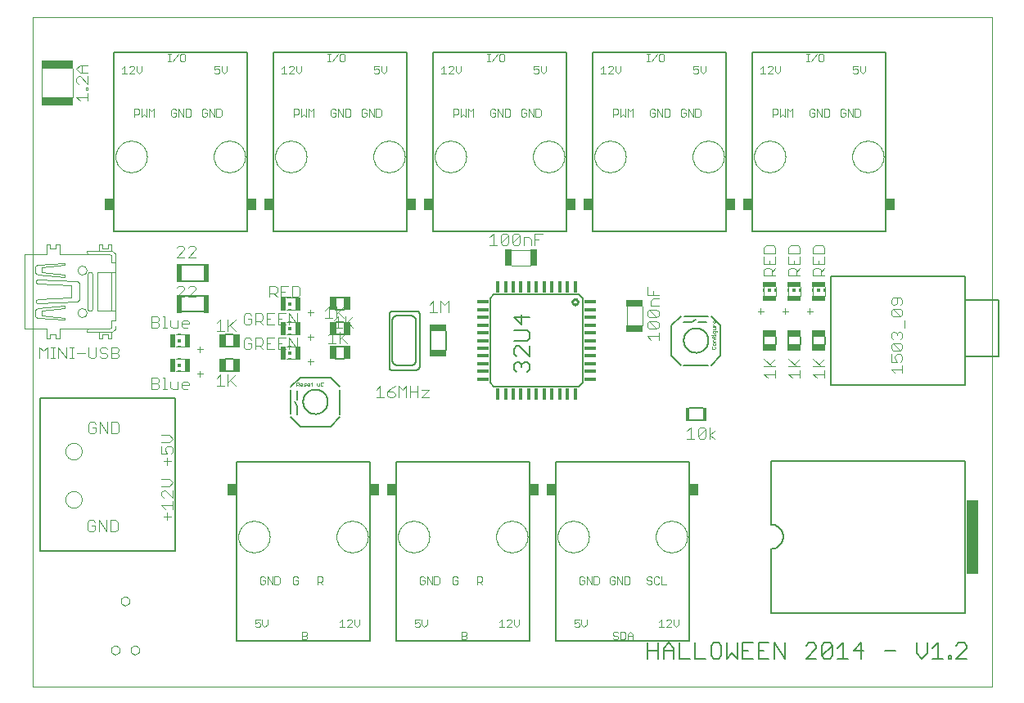
<source format=gto>
G75*
%MOIN*%
%OFA0B0*%
%FSLAX24Y24*%
%IPPOS*%
%LPD*%
%AMOC8*
5,1,8,0,0,1.08239X$1,22.5*
%
%ADD10C,0.0000*%
%ADD11C,0.0060*%
%ADD12C,0.0080*%
%ADD13C,0.0010*%
%ADD14R,0.0364X0.0450*%
%ADD15C,0.0050*%
%ADD16C,0.0040*%
%ADD17C,0.0030*%
%ADD18R,0.0118X0.0059*%
%ADD19R,0.0118X0.0118*%
%ADD20R,0.0236X0.0531*%
%ADD21R,0.0256X0.0551*%
%ADD22R,0.1299X0.0374*%
%ADD23R,0.0669X0.0295*%
%ADD24C,0.0100*%
%ADD25R,0.0157X0.0453*%
%ADD26R,0.0157X0.0453*%
%ADD27R,0.0158X0.0453*%
%ADD28R,0.0453X0.0157*%
%ADD29R,0.0453X0.0157*%
%ADD30R,0.0453X0.0158*%
%ADD31R,0.0690X0.0290*%
%ADD32R,0.0140X0.0560*%
%ADD33R,0.0295X0.0669*%
%ADD34R,0.0230X0.0720*%
%ADD35R,0.0059X0.0118*%
%ADD36R,0.0531X0.0236*%
%ADD37R,0.0551X0.0256*%
%ADD38R,0.0500X0.3000*%
D10*
X012596Y000100D02*
X012596Y027396D01*
X051666Y027396D01*
X051666Y000100D01*
X012596Y000100D01*
X015771Y001575D02*
X015773Y001601D01*
X015779Y001627D01*
X015788Y001651D01*
X015801Y001674D01*
X015818Y001694D01*
X015837Y001712D01*
X015859Y001727D01*
X015882Y001738D01*
X015907Y001746D01*
X015933Y001750D01*
X015959Y001750D01*
X015985Y001746D01*
X016010Y001738D01*
X016034Y001727D01*
X016055Y001712D01*
X016074Y001694D01*
X016091Y001674D01*
X016104Y001651D01*
X016113Y001627D01*
X016119Y001601D01*
X016121Y001575D01*
X016119Y001549D01*
X016113Y001523D01*
X016104Y001499D01*
X016091Y001476D01*
X016074Y001456D01*
X016055Y001438D01*
X016033Y001423D01*
X016010Y001412D01*
X015985Y001404D01*
X015959Y001400D01*
X015933Y001400D01*
X015907Y001404D01*
X015882Y001412D01*
X015858Y001423D01*
X015837Y001438D01*
X015818Y001456D01*
X015801Y001476D01*
X015788Y001499D01*
X015779Y001523D01*
X015773Y001549D01*
X015771Y001575D01*
X016571Y001575D02*
X016573Y001601D01*
X016579Y001627D01*
X016588Y001651D01*
X016601Y001674D01*
X016618Y001694D01*
X016637Y001712D01*
X016659Y001727D01*
X016682Y001738D01*
X016707Y001746D01*
X016733Y001750D01*
X016759Y001750D01*
X016785Y001746D01*
X016810Y001738D01*
X016834Y001727D01*
X016855Y001712D01*
X016874Y001694D01*
X016891Y001674D01*
X016904Y001651D01*
X016913Y001627D01*
X016919Y001601D01*
X016921Y001575D01*
X016919Y001549D01*
X016913Y001523D01*
X016904Y001499D01*
X016891Y001476D01*
X016874Y001456D01*
X016855Y001438D01*
X016833Y001423D01*
X016810Y001412D01*
X016785Y001404D01*
X016759Y001400D01*
X016733Y001400D01*
X016707Y001404D01*
X016682Y001412D01*
X016658Y001423D01*
X016637Y001438D01*
X016618Y001456D01*
X016601Y001476D01*
X016588Y001499D01*
X016579Y001523D01*
X016573Y001549D01*
X016571Y001575D01*
X016171Y003575D02*
X016173Y003601D01*
X016179Y003627D01*
X016188Y003651D01*
X016201Y003674D01*
X016218Y003694D01*
X016237Y003712D01*
X016259Y003727D01*
X016282Y003738D01*
X016307Y003746D01*
X016333Y003750D01*
X016359Y003750D01*
X016385Y003746D01*
X016410Y003738D01*
X016434Y003727D01*
X016455Y003712D01*
X016474Y003694D01*
X016491Y003674D01*
X016504Y003651D01*
X016513Y003627D01*
X016519Y003601D01*
X016521Y003575D01*
X016519Y003549D01*
X016513Y003523D01*
X016504Y003499D01*
X016491Y003476D01*
X016474Y003456D01*
X016455Y003438D01*
X016433Y003423D01*
X016410Y003412D01*
X016385Y003404D01*
X016359Y003400D01*
X016333Y003400D01*
X016307Y003404D01*
X016282Y003412D01*
X016258Y003423D01*
X016237Y003438D01*
X016218Y003456D01*
X016201Y003476D01*
X016188Y003499D01*
X016179Y003523D01*
X016173Y003549D01*
X016171Y003575D01*
X020956Y006200D02*
X020958Y006250D01*
X020964Y006300D01*
X020974Y006349D01*
X020987Y006398D01*
X021005Y006445D01*
X021026Y006491D01*
X021050Y006534D01*
X021078Y006576D01*
X021109Y006616D01*
X021143Y006653D01*
X021180Y006687D01*
X021220Y006718D01*
X021262Y006746D01*
X021305Y006770D01*
X021351Y006791D01*
X021398Y006809D01*
X021447Y006822D01*
X021496Y006832D01*
X021546Y006838D01*
X021596Y006840D01*
X021646Y006838D01*
X021696Y006832D01*
X021745Y006822D01*
X021794Y006809D01*
X021841Y006791D01*
X021887Y006770D01*
X021930Y006746D01*
X021972Y006718D01*
X022012Y006687D01*
X022049Y006653D01*
X022083Y006616D01*
X022114Y006576D01*
X022142Y006534D01*
X022166Y006491D01*
X022187Y006445D01*
X022205Y006398D01*
X022218Y006349D01*
X022228Y006300D01*
X022234Y006250D01*
X022236Y006200D01*
X022234Y006150D01*
X022228Y006100D01*
X022218Y006051D01*
X022205Y006002D01*
X022187Y005955D01*
X022166Y005909D01*
X022142Y005866D01*
X022114Y005824D01*
X022083Y005784D01*
X022049Y005747D01*
X022012Y005713D01*
X021972Y005682D01*
X021930Y005654D01*
X021887Y005630D01*
X021841Y005609D01*
X021794Y005591D01*
X021745Y005578D01*
X021696Y005568D01*
X021646Y005562D01*
X021596Y005560D01*
X021546Y005562D01*
X021496Y005568D01*
X021447Y005578D01*
X021398Y005591D01*
X021351Y005609D01*
X021305Y005630D01*
X021262Y005654D01*
X021220Y005682D01*
X021180Y005713D01*
X021143Y005747D01*
X021109Y005784D01*
X021078Y005824D01*
X021050Y005866D01*
X021026Y005909D01*
X021005Y005955D01*
X020987Y006002D01*
X020974Y006051D01*
X020964Y006100D01*
X020958Y006150D01*
X020956Y006200D01*
X024956Y006200D02*
X024958Y006250D01*
X024964Y006300D01*
X024974Y006349D01*
X024987Y006398D01*
X025005Y006445D01*
X025026Y006491D01*
X025050Y006534D01*
X025078Y006576D01*
X025109Y006616D01*
X025143Y006653D01*
X025180Y006687D01*
X025220Y006718D01*
X025262Y006746D01*
X025305Y006770D01*
X025351Y006791D01*
X025398Y006809D01*
X025447Y006822D01*
X025496Y006832D01*
X025546Y006838D01*
X025596Y006840D01*
X025646Y006838D01*
X025696Y006832D01*
X025745Y006822D01*
X025794Y006809D01*
X025841Y006791D01*
X025887Y006770D01*
X025930Y006746D01*
X025972Y006718D01*
X026012Y006687D01*
X026049Y006653D01*
X026083Y006616D01*
X026114Y006576D01*
X026142Y006534D01*
X026166Y006491D01*
X026187Y006445D01*
X026205Y006398D01*
X026218Y006349D01*
X026228Y006300D01*
X026234Y006250D01*
X026236Y006200D01*
X026234Y006150D01*
X026228Y006100D01*
X026218Y006051D01*
X026205Y006002D01*
X026187Y005955D01*
X026166Y005909D01*
X026142Y005866D01*
X026114Y005824D01*
X026083Y005784D01*
X026049Y005747D01*
X026012Y005713D01*
X025972Y005682D01*
X025930Y005654D01*
X025887Y005630D01*
X025841Y005609D01*
X025794Y005591D01*
X025745Y005578D01*
X025696Y005568D01*
X025646Y005562D01*
X025596Y005560D01*
X025546Y005562D01*
X025496Y005568D01*
X025447Y005578D01*
X025398Y005591D01*
X025351Y005609D01*
X025305Y005630D01*
X025262Y005654D01*
X025220Y005682D01*
X025180Y005713D01*
X025143Y005747D01*
X025109Y005784D01*
X025078Y005824D01*
X025050Y005866D01*
X025026Y005909D01*
X025005Y005955D01*
X024987Y006002D01*
X024974Y006051D01*
X024964Y006100D01*
X024958Y006150D01*
X024956Y006200D01*
X027456Y006200D02*
X027458Y006250D01*
X027464Y006300D01*
X027474Y006349D01*
X027487Y006398D01*
X027505Y006445D01*
X027526Y006491D01*
X027550Y006534D01*
X027578Y006576D01*
X027609Y006616D01*
X027643Y006653D01*
X027680Y006687D01*
X027720Y006718D01*
X027762Y006746D01*
X027805Y006770D01*
X027851Y006791D01*
X027898Y006809D01*
X027947Y006822D01*
X027996Y006832D01*
X028046Y006838D01*
X028096Y006840D01*
X028146Y006838D01*
X028196Y006832D01*
X028245Y006822D01*
X028294Y006809D01*
X028341Y006791D01*
X028387Y006770D01*
X028430Y006746D01*
X028472Y006718D01*
X028512Y006687D01*
X028549Y006653D01*
X028583Y006616D01*
X028614Y006576D01*
X028642Y006534D01*
X028666Y006491D01*
X028687Y006445D01*
X028705Y006398D01*
X028718Y006349D01*
X028728Y006300D01*
X028734Y006250D01*
X028736Y006200D01*
X028734Y006150D01*
X028728Y006100D01*
X028718Y006051D01*
X028705Y006002D01*
X028687Y005955D01*
X028666Y005909D01*
X028642Y005866D01*
X028614Y005824D01*
X028583Y005784D01*
X028549Y005747D01*
X028512Y005713D01*
X028472Y005682D01*
X028430Y005654D01*
X028387Y005630D01*
X028341Y005609D01*
X028294Y005591D01*
X028245Y005578D01*
X028196Y005568D01*
X028146Y005562D01*
X028096Y005560D01*
X028046Y005562D01*
X027996Y005568D01*
X027947Y005578D01*
X027898Y005591D01*
X027851Y005609D01*
X027805Y005630D01*
X027762Y005654D01*
X027720Y005682D01*
X027680Y005713D01*
X027643Y005747D01*
X027609Y005784D01*
X027578Y005824D01*
X027550Y005866D01*
X027526Y005909D01*
X027505Y005955D01*
X027487Y006002D01*
X027474Y006051D01*
X027464Y006100D01*
X027458Y006150D01*
X027456Y006200D01*
X031456Y006200D02*
X031458Y006250D01*
X031464Y006300D01*
X031474Y006349D01*
X031487Y006398D01*
X031505Y006445D01*
X031526Y006491D01*
X031550Y006534D01*
X031578Y006576D01*
X031609Y006616D01*
X031643Y006653D01*
X031680Y006687D01*
X031720Y006718D01*
X031762Y006746D01*
X031805Y006770D01*
X031851Y006791D01*
X031898Y006809D01*
X031947Y006822D01*
X031996Y006832D01*
X032046Y006838D01*
X032096Y006840D01*
X032146Y006838D01*
X032196Y006832D01*
X032245Y006822D01*
X032294Y006809D01*
X032341Y006791D01*
X032387Y006770D01*
X032430Y006746D01*
X032472Y006718D01*
X032512Y006687D01*
X032549Y006653D01*
X032583Y006616D01*
X032614Y006576D01*
X032642Y006534D01*
X032666Y006491D01*
X032687Y006445D01*
X032705Y006398D01*
X032718Y006349D01*
X032728Y006300D01*
X032734Y006250D01*
X032736Y006200D01*
X032734Y006150D01*
X032728Y006100D01*
X032718Y006051D01*
X032705Y006002D01*
X032687Y005955D01*
X032666Y005909D01*
X032642Y005866D01*
X032614Y005824D01*
X032583Y005784D01*
X032549Y005747D01*
X032512Y005713D01*
X032472Y005682D01*
X032430Y005654D01*
X032387Y005630D01*
X032341Y005609D01*
X032294Y005591D01*
X032245Y005578D01*
X032196Y005568D01*
X032146Y005562D01*
X032096Y005560D01*
X032046Y005562D01*
X031996Y005568D01*
X031947Y005578D01*
X031898Y005591D01*
X031851Y005609D01*
X031805Y005630D01*
X031762Y005654D01*
X031720Y005682D01*
X031680Y005713D01*
X031643Y005747D01*
X031609Y005784D01*
X031578Y005824D01*
X031550Y005866D01*
X031526Y005909D01*
X031505Y005955D01*
X031487Y006002D01*
X031474Y006051D01*
X031464Y006100D01*
X031458Y006150D01*
X031456Y006200D01*
X033956Y006200D02*
X033958Y006250D01*
X033964Y006300D01*
X033974Y006349D01*
X033987Y006398D01*
X034005Y006445D01*
X034026Y006491D01*
X034050Y006534D01*
X034078Y006576D01*
X034109Y006616D01*
X034143Y006653D01*
X034180Y006687D01*
X034220Y006718D01*
X034262Y006746D01*
X034305Y006770D01*
X034351Y006791D01*
X034398Y006809D01*
X034447Y006822D01*
X034496Y006832D01*
X034546Y006838D01*
X034596Y006840D01*
X034646Y006838D01*
X034696Y006832D01*
X034745Y006822D01*
X034794Y006809D01*
X034841Y006791D01*
X034887Y006770D01*
X034930Y006746D01*
X034972Y006718D01*
X035012Y006687D01*
X035049Y006653D01*
X035083Y006616D01*
X035114Y006576D01*
X035142Y006534D01*
X035166Y006491D01*
X035187Y006445D01*
X035205Y006398D01*
X035218Y006349D01*
X035228Y006300D01*
X035234Y006250D01*
X035236Y006200D01*
X035234Y006150D01*
X035228Y006100D01*
X035218Y006051D01*
X035205Y006002D01*
X035187Y005955D01*
X035166Y005909D01*
X035142Y005866D01*
X035114Y005824D01*
X035083Y005784D01*
X035049Y005747D01*
X035012Y005713D01*
X034972Y005682D01*
X034930Y005654D01*
X034887Y005630D01*
X034841Y005609D01*
X034794Y005591D01*
X034745Y005578D01*
X034696Y005568D01*
X034646Y005562D01*
X034596Y005560D01*
X034546Y005562D01*
X034496Y005568D01*
X034447Y005578D01*
X034398Y005591D01*
X034351Y005609D01*
X034305Y005630D01*
X034262Y005654D01*
X034220Y005682D01*
X034180Y005713D01*
X034143Y005747D01*
X034109Y005784D01*
X034078Y005824D01*
X034050Y005866D01*
X034026Y005909D01*
X034005Y005955D01*
X033987Y006002D01*
X033974Y006051D01*
X033964Y006100D01*
X033958Y006150D01*
X033956Y006200D01*
X037956Y006200D02*
X037958Y006250D01*
X037964Y006300D01*
X037974Y006349D01*
X037987Y006398D01*
X038005Y006445D01*
X038026Y006491D01*
X038050Y006534D01*
X038078Y006576D01*
X038109Y006616D01*
X038143Y006653D01*
X038180Y006687D01*
X038220Y006718D01*
X038262Y006746D01*
X038305Y006770D01*
X038351Y006791D01*
X038398Y006809D01*
X038447Y006822D01*
X038496Y006832D01*
X038546Y006838D01*
X038596Y006840D01*
X038646Y006838D01*
X038696Y006832D01*
X038745Y006822D01*
X038794Y006809D01*
X038841Y006791D01*
X038887Y006770D01*
X038930Y006746D01*
X038972Y006718D01*
X039012Y006687D01*
X039049Y006653D01*
X039083Y006616D01*
X039114Y006576D01*
X039142Y006534D01*
X039166Y006491D01*
X039187Y006445D01*
X039205Y006398D01*
X039218Y006349D01*
X039228Y006300D01*
X039234Y006250D01*
X039236Y006200D01*
X039234Y006150D01*
X039228Y006100D01*
X039218Y006051D01*
X039205Y006002D01*
X039187Y005955D01*
X039166Y005909D01*
X039142Y005866D01*
X039114Y005824D01*
X039083Y005784D01*
X039049Y005747D01*
X039012Y005713D01*
X038972Y005682D01*
X038930Y005654D01*
X038887Y005630D01*
X038841Y005609D01*
X038794Y005591D01*
X038745Y005578D01*
X038696Y005568D01*
X038646Y005562D01*
X038596Y005560D01*
X038546Y005562D01*
X038496Y005568D01*
X038447Y005578D01*
X038398Y005591D01*
X038351Y005609D01*
X038305Y005630D01*
X038262Y005654D01*
X038220Y005682D01*
X038180Y005713D01*
X038143Y005747D01*
X038109Y005784D01*
X038078Y005824D01*
X038050Y005866D01*
X038026Y005909D01*
X038005Y005955D01*
X037987Y006002D01*
X037974Y006051D01*
X037964Y006100D01*
X037958Y006150D01*
X037956Y006200D01*
X014419Y015334D02*
X014421Y015360D01*
X014427Y015386D01*
X014437Y015411D01*
X014450Y015434D01*
X014466Y015454D01*
X014486Y015472D01*
X014508Y015487D01*
X014531Y015499D01*
X014557Y015507D01*
X014583Y015511D01*
X014609Y015511D01*
X014635Y015507D01*
X014661Y015499D01*
X014685Y015487D01*
X014706Y015472D01*
X014726Y015454D01*
X014742Y015434D01*
X014755Y015411D01*
X014765Y015386D01*
X014771Y015360D01*
X014773Y015334D01*
X014771Y015308D01*
X014765Y015282D01*
X014755Y015257D01*
X014742Y015234D01*
X014726Y015214D01*
X014706Y015196D01*
X014684Y015181D01*
X014661Y015169D01*
X014635Y015161D01*
X014609Y015157D01*
X014583Y015157D01*
X014557Y015161D01*
X014531Y015169D01*
X014507Y015181D01*
X014486Y015196D01*
X014466Y015214D01*
X014450Y015234D01*
X014437Y015257D01*
X014427Y015282D01*
X014421Y015308D01*
X014419Y015334D01*
X014419Y017066D02*
X014421Y017092D01*
X014427Y017118D01*
X014437Y017143D01*
X014450Y017166D01*
X014466Y017186D01*
X014486Y017204D01*
X014508Y017219D01*
X014531Y017231D01*
X014557Y017239D01*
X014583Y017243D01*
X014609Y017243D01*
X014635Y017239D01*
X014661Y017231D01*
X014685Y017219D01*
X014706Y017204D01*
X014726Y017186D01*
X014742Y017166D01*
X014755Y017143D01*
X014765Y017118D01*
X014771Y017092D01*
X014773Y017066D01*
X014771Y017040D01*
X014765Y017014D01*
X014755Y016989D01*
X014742Y016966D01*
X014726Y016946D01*
X014706Y016928D01*
X014684Y016913D01*
X014661Y016901D01*
X014635Y016893D01*
X014609Y016889D01*
X014583Y016889D01*
X014557Y016893D01*
X014531Y016901D01*
X014507Y016913D01*
X014486Y016928D01*
X014466Y016946D01*
X014450Y016966D01*
X014437Y016989D01*
X014427Y017014D01*
X014421Y017040D01*
X014419Y017066D01*
X015956Y021700D02*
X015958Y021750D01*
X015964Y021800D01*
X015974Y021849D01*
X015987Y021898D01*
X016005Y021945D01*
X016026Y021991D01*
X016050Y022034D01*
X016078Y022076D01*
X016109Y022116D01*
X016143Y022153D01*
X016180Y022187D01*
X016220Y022218D01*
X016262Y022246D01*
X016305Y022270D01*
X016351Y022291D01*
X016398Y022309D01*
X016447Y022322D01*
X016496Y022332D01*
X016546Y022338D01*
X016596Y022340D01*
X016646Y022338D01*
X016696Y022332D01*
X016745Y022322D01*
X016794Y022309D01*
X016841Y022291D01*
X016887Y022270D01*
X016930Y022246D01*
X016972Y022218D01*
X017012Y022187D01*
X017049Y022153D01*
X017083Y022116D01*
X017114Y022076D01*
X017142Y022034D01*
X017166Y021991D01*
X017187Y021945D01*
X017205Y021898D01*
X017218Y021849D01*
X017228Y021800D01*
X017234Y021750D01*
X017236Y021700D01*
X017234Y021650D01*
X017228Y021600D01*
X017218Y021551D01*
X017205Y021502D01*
X017187Y021455D01*
X017166Y021409D01*
X017142Y021366D01*
X017114Y021324D01*
X017083Y021284D01*
X017049Y021247D01*
X017012Y021213D01*
X016972Y021182D01*
X016930Y021154D01*
X016887Y021130D01*
X016841Y021109D01*
X016794Y021091D01*
X016745Y021078D01*
X016696Y021068D01*
X016646Y021062D01*
X016596Y021060D01*
X016546Y021062D01*
X016496Y021068D01*
X016447Y021078D01*
X016398Y021091D01*
X016351Y021109D01*
X016305Y021130D01*
X016262Y021154D01*
X016220Y021182D01*
X016180Y021213D01*
X016143Y021247D01*
X016109Y021284D01*
X016078Y021324D01*
X016050Y021366D01*
X016026Y021409D01*
X016005Y021455D01*
X015987Y021502D01*
X015974Y021551D01*
X015964Y021600D01*
X015958Y021650D01*
X015956Y021700D01*
X019956Y021700D02*
X019958Y021750D01*
X019964Y021800D01*
X019974Y021849D01*
X019987Y021898D01*
X020005Y021945D01*
X020026Y021991D01*
X020050Y022034D01*
X020078Y022076D01*
X020109Y022116D01*
X020143Y022153D01*
X020180Y022187D01*
X020220Y022218D01*
X020262Y022246D01*
X020305Y022270D01*
X020351Y022291D01*
X020398Y022309D01*
X020447Y022322D01*
X020496Y022332D01*
X020546Y022338D01*
X020596Y022340D01*
X020646Y022338D01*
X020696Y022332D01*
X020745Y022322D01*
X020794Y022309D01*
X020841Y022291D01*
X020887Y022270D01*
X020930Y022246D01*
X020972Y022218D01*
X021012Y022187D01*
X021049Y022153D01*
X021083Y022116D01*
X021114Y022076D01*
X021142Y022034D01*
X021166Y021991D01*
X021187Y021945D01*
X021205Y021898D01*
X021218Y021849D01*
X021228Y021800D01*
X021234Y021750D01*
X021236Y021700D01*
X021234Y021650D01*
X021228Y021600D01*
X021218Y021551D01*
X021205Y021502D01*
X021187Y021455D01*
X021166Y021409D01*
X021142Y021366D01*
X021114Y021324D01*
X021083Y021284D01*
X021049Y021247D01*
X021012Y021213D01*
X020972Y021182D01*
X020930Y021154D01*
X020887Y021130D01*
X020841Y021109D01*
X020794Y021091D01*
X020745Y021078D01*
X020696Y021068D01*
X020646Y021062D01*
X020596Y021060D01*
X020546Y021062D01*
X020496Y021068D01*
X020447Y021078D01*
X020398Y021091D01*
X020351Y021109D01*
X020305Y021130D01*
X020262Y021154D01*
X020220Y021182D01*
X020180Y021213D01*
X020143Y021247D01*
X020109Y021284D01*
X020078Y021324D01*
X020050Y021366D01*
X020026Y021409D01*
X020005Y021455D01*
X019987Y021502D01*
X019974Y021551D01*
X019964Y021600D01*
X019958Y021650D01*
X019956Y021700D01*
X022456Y021700D02*
X022458Y021750D01*
X022464Y021800D01*
X022474Y021849D01*
X022487Y021898D01*
X022505Y021945D01*
X022526Y021991D01*
X022550Y022034D01*
X022578Y022076D01*
X022609Y022116D01*
X022643Y022153D01*
X022680Y022187D01*
X022720Y022218D01*
X022762Y022246D01*
X022805Y022270D01*
X022851Y022291D01*
X022898Y022309D01*
X022947Y022322D01*
X022996Y022332D01*
X023046Y022338D01*
X023096Y022340D01*
X023146Y022338D01*
X023196Y022332D01*
X023245Y022322D01*
X023294Y022309D01*
X023341Y022291D01*
X023387Y022270D01*
X023430Y022246D01*
X023472Y022218D01*
X023512Y022187D01*
X023549Y022153D01*
X023583Y022116D01*
X023614Y022076D01*
X023642Y022034D01*
X023666Y021991D01*
X023687Y021945D01*
X023705Y021898D01*
X023718Y021849D01*
X023728Y021800D01*
X023734Y021750D01*
X023736Y021700D01*
X023734Y021650D01*
X023728Y021600D01*
X023718Y021551D01*
X023705Y021502D01*
X023687Y021455D01*
X023666Y021409D01*
X023642Y021366D01*
X023614Y021324D01*
X023583Y021284D01*
X023549Y021247D01*
X023512Y021213D01*
X023472Y021182D01*
X023430Y021154D01*
X023387Y021130D01*
X023341Y021109D01*
X023294Y021091D01*
X023245Y021078D01*
X023196Y021068D01*
X023146Y021062D01*
X023096Y021060D01*
X023046Y021062D01*
X022996Y021068D01*
X022947Y021078D01*
X022898Y021091D01*
X022851Y021109D01*
X022805Y021130D01*
X022762Y021154D01*
X022720Y021182D01*
X022680Y021213D01*
X022643Y021247D01*
X022609Y021284D01*
X022578Y021324D01*
X022550Y021366D01*
X022526Y021409D01*
X022505Y021455D01*
X022487Y021502D01*
X022474Y021551D01*
X022464Y021600D01*
X022458Y021650D01*
X022456Y021700D01*
X026456Y021700D02*
X026458Y021750D01*
X026464Y021800D01*
X026474Y021849D01*
X026487Y021898D01*
X026505Y021945D01*
X026526Y021991D01*
X026550Y022034D01*
X026578Y022076D01*
X026609Y022116D01*
X026643Y022153D01*
X026680Y022187D01*
X026720Y022218D01*
X026762Y022246D01*
X026805Y022270D01*
X026851Y022291D01*
X026898Y022309D01*
X026947Y022322D01*
X026996Y022332D01*
X027046Y022338D01*
X027096Y022340D01*
X027146Y022338D01*
X027196Y022332D01*
X027245Y022322D01*
X027294Y022309D01*
X027341Y022291D01*
X027387Y022270D01*
X027430Y022246D01*
X027472Y022218D01*
X027512Y022187D01*
X027549Y022153D01*
X027583Y022116D01*
X027614Y022076D01*
X027642Y022034D01*
X027666Y021991D01*
X027687Y021945D01*
X027705Y021898D01*
X027718Y021849D01*
X027728Y021800D01*
X027734Y021750D01*
X027736Y021700D01*
X027734Y021650D01*
X027728Y021600D01*
X027718Y021551D01*
X027705Y021502D01*
X027687Y021455D01*
X027666Y021409D01*
X027642Y021366D01*
X027614Y021324D01*
X027583Y021284D01*
X027549Y021247D01*
X027512Y021213D01*
X027472Y021182D01*
X027430Y021154D01*
X027387Y021130D01*
X027341Y021109D01*
X027294Y021091D01*
X027245Y021078D01*
X027196Y021068D01*
X027146Y021062D01*
X027096Y021060D01*
X027046Y021062D01*
X026996Y021068D01*
X026947Y021078D01*
X026898Y021091D01*
X026851Y021109D01*
X026805Y021130D01*
X026762Y021154D01*
X026720Y021182D01*
X026680Y021213D01*
X026643Y021247D01*
X026609Y021284D01*
X026578Y021324D01*
X026550Y021366D01*
X026526Y021409D01*
X026505Y021455D01*
X026487Y021502D01*
X026474Y021551D01*
X026464Y021600D01*
X026458Y021650D01*
X026456Y021700D01*
X028956Y021700D02*
X028958Y021750D01*
X028964Y021800D01*
X028974Y021849D01*
X028987Y021898D01*
X029005Y021945D01*
X029026Y021991D01*
X029050Y022034D01*
X029078Y022076D01*
X029109Y022116D01*
X029143Y022153D01*
X029180Y022187D01*
X029220Y022218D01*
X029262Y022246D01*
X029305Y022270D01*
X029351Y022291D01*
X029398Y022309D01*
X029447Y022322D01*
X029496Y022332D01*
X029546Y022338D01*
X029596Y022340D01*
X029646Y022338D01*
X029696Y022332D01*
X029745Y022322D01*
X029794Y022309D01*
X029841Y022291D01*
X029887Y022270D01*
X029930Y022246D01*
X029972Y022218D01*
X030012Y022187D01*
X030049Y022153D01*
X030083Y022116D01*
X030114Y022076D01*
X030142Y022034D01*
X030166Y021991D01*
X030187Y021945D01*
X030205Y021898D01*
X030218Y021849D01*
X030228Y021800D01*
X030234Y021750D01*
X030236Y021700D01*
X030234Y021650D01*
X030228Y021600D01*
X030218Y021551D01*
X030205Y021502D01*
X030187Y021455D01*
X030166Y021409D01*
X030142Y021366D01*
X030114Y021324D01*
X030083Y021284D01*
X030049Y021247D01*
X030012Y021213D01*
X029972Y021182D01*
X029930Y021154D01*
X029887Y021130D01*
X029841Y021109D01*
X029794Y021091D01*
X029745Y021078D01*
X029696Y021068D01*
X029646Y021062D01*
X029596Y021060D01*
X029546Y021062D01*
X029496Y021068D01*
X029447Y021078D01*
X029398Y021091D01*
X029351Y021109D01*
X029305Y021130D01*
X029262Y021154D01*
X029220Y021182D01*
X029180Y021213D01*
X029143Y021247D01*
X029109Y021284D01*
X029078Y021324D01*
X029050Y021366D01*
X029026Y021409D01*
X029005Y021455D01*
X028987Y021502D01*
X028974Y021551D01*
X028964Y021600D01*
X028958Y021650D01*
X028956Y021700D01*
X032956Y021700D02*
X032958Y021750D01*
X032964Y021800D01*
X032974Y021849D01*
X032987Y021898D01*
X033005Y021945D01*
X033026Y021991D01*
X033050Y022034D01*
X033078Y022076D01*
X033109Y022116D01*
X033143Y022153D01*
X033180Y022187D01*
X033220Y022218D01*
X033262Y022246D01*
X033305Y022270D01*
X033351Y022291D01*
X033398Y022309D01*
X033447Y022322D01*
X033496Y022332D01*
X033546Y022338D01*
X033596Y022340D01*
X033646Y022338D01*
X033696Y022332D01*
X033745Y022322D01*
X033794Y022309D01*
X033841Y022291D01*
X033887Y022270D01*
X033930Y022246D01*
X033972Y022218D01*
X034012Y022187D01*
X034049Y022153D01*
X034083Y022116D01*
X034114Y022076D01*
X034142Y022034D01*
X034166Y021991D01*
X034187Y021945D01*
X034205Y021898D01*
X034218Y021849D01*
X034228Y021800D01*
X034234Y021750D01*
X034236Y021700D01*
X034234Y021650D01*
X034228Y021600D01*
X034218Y021551D01*
X034205Y021502D01*
X034187Y021455D01*
X034166Y021409D01*
X034142Y021366D01*
X034114Y021324D01*
X034083Y021284D01*
X034049Y021247D01*
X034012Y021213D01*
X033972Y021182D01*
X033930Y021154D01*
X033887Y021130D01*
X033841Y021109D01*
X033794Y021091D01*
X033745Y021078D01*
X033696Y021068D01*
X033646Y021062D01*
X033596Y021060D01*
X033546Y021062D01*
X033496Y021068D01*
X033447Y021078D01*
X033398Y021091D01*
X033351Y021109D01*
X033305Y021130D01*
X033262Y021154D01*
X033220Y021182D01*
X033180Y021213D01*
X033143Y021247D01*
X033109Y021284D01*
X033078Y021324D01*
X033050Y021366D01*
X033026Y021409D01*
X033005Y021455D01*
X032987Y021502D01*
X032974Y021551D01*
X032964Y021600D01*
X032958Y021650D01*
X032956Y021700D01*
X035456Y021700D02*
X035458Y021750D01*
X035464Y021800D01*
X035474Y021849D01*
X035487Y021898D01*
X035505Y021945D01*
X035526Y021991D01*
X035550Y022034D01*
X035578Y022076D01*
X035609Y022116D01*
X035643Y022153D01*
X035680Y022187D01*
X035720Y022218D01*
X035762Y022246D01*
X035805Y022270D01*
X035851Y022291D01*
X035898Y022309D01*
X035947Y022322D01*
X035996Y022332D01*
X036046Y022338D01*
X036096Y022340D01*
X036146Y022338D01*
X036196Y022332D01*
X036245Y022322D01*
X036294Y022309D01*
X036341Y022291D01*
X036387Y022270D01*
X036430Y022246D01*
X036472Y022218D01*
X036512Y022187D01*
X036549Y022153D01*
X036583Y022116D01*
X036614Y022076D01*
X036642Y022034D01*
X036666Y021991D01*
X036687Y021945D01*
X036705Y021898D01*
X036718Y021849D01*
X036728Y021800D01*
X036734Y021750D01*
X036736Y021700D01*
X036734Y021650D01*
X036728Y021600D01*
X036718Y021551D01*
X036705Y021502D01*
X036687Y021455D01*
X036666Y021409D01*
X036642Y021366D01*
X036614Y021324D01*
X036583Y021284D01*
X036549Y021247D01*
X036512Y021213D01*
X036472Y021182D01*
X036430Y021154D01*
X036387Y021130D01*
X036341Y021109D01*
X036294Y021091D01*
X036245Y021078D01*
X036196Y021068D01*
X036146Y021062D01*
X036096Y021060D01*
X036046Y021062D01*
X035996Y021068D01*
X035947Y021078D01*
X035898Y021091D01*
X035851Y021109D01*
X035805Y021130D01*
X035762Y021154D01*
X035720Y021182D01*
X035680Y021213D01*
X035643Y021247D01*
X035609Y021284D01*
X035578Y021324D01*
X035550Y021366D01*
X035526Y021409D01*
X035505Y021455D01*
X035487Y021502D01*
X035474Y021551D01*
X035464Y021600D01*
X035458Y021650D01*
X035456Y021700D01*
X039456Y021700D02*
X039458Y021750D01*
X039464Y021800D01*
X039474Y021849D01*
X039487Y021898D01*
X039505Y021945D01*
X039526Y021991D01*
X039550Y022034D01*
X039578Y022076D01*
X039609Y022116D01*
X039643Y022153D01*
X039680Y022187D01*
X039720Y022218D01*
X039762Y022246D01*
X039805Y022270D01*
X039851Y022291D01*
X039898Y022309D01*
X039947Y022322D01*
X039996Y022332D01*
X040046Y022338D01*
X040096Y022340D01*
X040146Y022338D01*
X040196Y022332D01*
X040245Y022322D01*
X040294Y022309D01*
X040341Y022291D01*
X040387Y022270D01*
X040430Y022246D01*
X040472Y022218D01*
X040512Y022187D01*
X040549Y022153D01*
X040583Y022116D01*
X040614Y022076D01*
X040642Y022034D01*
X040666Y021991D01*
X040687Y021945D01*
X040705Y021898D01*
X040718Y021849D01*
X040728Y021800D01*
X040734Y021750D01*
X040736Y021700D01*
X040734Y021650D01*
X040728Y021600D01*
X040718Y021551D01*
X040705Y021502D01*
X040687Y021455D01*
X040666Y021409D01*
X040642Y021366D01*
X040614Y021324D01*
X040583Y021284D01*
X040549Y021247D01*
X040512Y021213D01*
X040472Y021182D01*
X040430Y021154D01*
X040387Y021130D01*
X040341Y021109D01*
X040294Y021091D01*
X040245Y021078D01*
X040196Y021068D01*
X040146Y021062D01*
X040096Y021060D01*
X040046Y021062D01*
X039996Y021068D01*
X039947Y021078D01*
X039898Y021091D01*
X039851Y021109D01*
X039805Y021130D01*
X039762Y021154D01*
X039720Y021182D01*
X039680Y021213D01*
X039643Y021247D01*
X039609Y021284D01*
X039578Y021324D01*
X039550Y021366D01*
X039526Y021409D01*
X039505Y021455D01*
X039487Y021502D01*
X039474Y021551D01*
X039464Y021600D01*
X039458Y021650D01*
X039456Y021700D01*
X041956Y021700D02*
X041958Y021750D01*
X041964Y021800D01*
X041974Y021849D01*
X041987Y021898D01*
X042005Y021945D01*
X042026Y021991D01*
X042050Y022034D01*
X042078Y022076D01*
X042109Y022116D01*
X042143Y022153D01*
X042180Y022187D01*
X042220Y022218D01*
X042262Y022246D01*
X042305Y022270D01*
X042351Y022291D01*
X042398Y022309D01*
X042447Y022322D01*
X042496Y022332D01*
X042546Y022338D01*
X042596Y022340D01*
X042646Y022338D01*
X042696Y022332D01*
X042745Y022322D01*
X042794Y022309D01*
X042841Y022291D01*
X042887Y022270D01*
X042930Y022246D01*
X042972Y022218D01*
X043012Y022187D01*
X043049Y022153D01*
X043083Y022116D01*
X043114Y022076D01*
X043142Y022034D01*
X043166Y021991D01*
X043187Y021945D01*
X043205Y021898D01*
X043218Y021849D01*
X043228Y021800D01*
X043234Y021750D01*
X043236Y021700D01*
X043234Y021650D01*
X043228Y021600D01*
X043218Y021551D01*
X043205Y021502D01*
X043187Y021455D01*
X043166Y021409D01*
X043142Y021366D01*
X043114Y021324D01*
X043083Y021284D01*
X043049Y021247D01*
X043012Y021213D01*
X042972Y021182D01*
X042930Y021154D01*
X042887Y021130D01*
X042841Y021109D01*
X042794Y021091D01*
X042745Y021078D01*
X042696Y021068D01*
X042646Y021062D01*
X042596Y021060D01*
X042546Y021062D01*
X042496Y021068D01*
X042447Y021078D01*
X042398Y021091D01*
X042351Y021109D01*
X042305Y021130D01*
X042262Y021154D01*
X042220Y021182D01*
X042180Y021213D01*
X042143Y021247D01*
X042109Y021284D01*
X042078Y021324D01*
X042050Y021366D01*
X042026Y021409D01*
X042005Y021455D01*
X041987Y021502D01*
X041974Y021551D01*
X041964Y021600D01*
X041958Y021650D01*
X041956Y021700D01*
X045956Y021700D02*
X045958Y021750D01*
X045964Y021800D01*
X045974Y021849D01*
X045987Y021898D01*
X046005Y021945D01*
X046026Y021991D01*
X046050Y022034D01*
X046078Y022076D01*
X046109Y022116D01*
X046143Y022153D01*
X046180Y022187D01*
X046220Y022218D01*
X046262Y022246D01*
X046305Y022270D01*
X046351Y022291D01*
X046398Y022309D01*
X046447Y022322D01*
X046496Y022332D01*
X046546Y022338D01*
X046596Y022340D01*
X046646Y022338D01*
X046696Y022332D01*
X046745Y022322D01*
X046794Y022309D01*
X046841Y022291D01*
X046887Y022270D01*
X046930Y022246D01*
X046972Y022218D01*
X047012Y022187D01*
X047049Y022153D01*
X047083Y022116D01*
X047114Y022076D01*
X047142Y022034D01*
X047166Y021991D01*
X047187Y021945D01*
X047205Y021898D01*
X047218Y021849D01*
X047228Y021800D01*
X047234Y021750D01*
X047236Y021700D01*
X047234Y021650D01*
X047228Y021600D01*
X047218Y021551D01*
X047205Y021502D01*
X047187Y021455D01*
X047166Y021409D01*
X047142Y021366D01*
X047114Y021324D01*
X047083Y021284D01*
X047049Y021247D01*
X047012Y021213D01*
X046972Y021182D01*
X046930Y021154D01*
X046887Y021130D01*
X046841Y021109D01*
X046794Y021091D01*
X046745Y021078D01*
X046696Y021068D01*
X046646Y021062D01*
X046596Y021060D01*
X046546Y021062D01*
X046496Y021068D01*
X046447Y021078D01*
X046398Y021091D01*
X046351Y021109D01*
X046305Y021130D01*
X046262Y021154D01*
X046220Y021182D01*
X046180Y021213D01*
X046143Y021247D01*
X046109Y021284D01*
X046078Y021324D01*
X046050Y021366D01*
X046026Y021409D01*
X046005Y021455D01*
X045987Y021502D01*
X045974Y021551D01*
X045964Y021600D01*
X045958Y021650D01*
X045956Y021700D01*
X013915Y009684D02*
X013917Y009720D01*
X013923Y009756D01*
X013933Y009791D01*
X013946Y009825D01*
X013963Y009857D01*
X013983Y009887D01*
X014007Y009914D01*
X014033Y009939D01*
X014062Y009961D01*
X014093Y009980D01*
X014126Y009995D01*
X014160Y010007D01*
X014196Y010015D01*
X014232Y010019D01*
X014268Y010019D01*
X014304Y010015D01*
X014340Y010007D01*
X014374Y009995D01*
X014407Y009980D01*
X014438Y009961D01*
X014467Y009939D01*
X014493Y009914D01*
X014517Y009887D01*
X014537Y009857D01*
X014554Y009825D01*
X014567Y009791D01*
X014577Y009756D01*
X014583Y009720D01*
X014585Y009684D01*
X014583Y009648D01*
X014577Y009612D01*
X014567Y009577D01*
X014554Y009543D01*
X014537Y009511D01*
X014517Y009481D01*
X014493Y009454D01*
X014467Y009429D01*
X014438Y009407D01*
X014407Y009388D01*
X014374Y009373D01*
X014340Y009361D01*
X014304Y009353D01*
X014268Y009349D01*
X014232Y009349D01*
X014196Y009353D01*
X014160Y009361D01*
X014126Y009373D01*
X014093Y009388D01*
X014062Y009407D01*
X014033Y009429D01*
X014007Y009454D01*
X013983Y009481D01*
X013963Y009511D01*
X013946Y009543D01*
X013933Y009577D01*
X013923Y009612D01*
X013917Y009648D01*
X013915Y009684D01*
X013915Y007716D02*
X013917Y007752D01*
X013923Y007788D01*
X013933Y007823D01*
X013946Y007857D01*
X013963Y007889D01*
X013983Y007919D01*
X014007Y007946D01*
X014033Y007971D01*
X014062Y007993D01*
X014093Y008012D01*
X014126Y008027D01*
X014160Y008039D01*
X014196Y008047D01*
X014232Y008051D01*
X014268Y008051D01*
X014304Y008047D01*
X014340Y008039D01*
X014374Y008027D01*
X014407Y008012D01*
X014438Y007993D01*
X014467Y007971D01*
X014493Y007946D01*
X014517Y007919D01*
X014537Y007889D01*
X014554Y007857D01*
X014567Y007823D01*
X014577Y007788D01*
X014583Y007752D01*
X014585Y007716D01*
X014583Y007680D01*
X014577Y007644D01*
X014567Y007609D01*
X014554Y007575D01*
X014537Y007543D01*
X014517Y007513D01*
X014493Y007486D01*
X014467Y007461D01*
X014438Y007439D01*
X014407Y007420D01*
X014374Y007405D01*
X014340Y007393D01*
X014304Y007385D01*
X014268Y007381D01*
X014232Y007381D01*
X014196Y007385D01*
X014160Y007393D01*
X014126Y007405D01*
X014093Y007420D01*
X014062Y007439D01*
X014033Y007461D01*
X014007Y007486D01*
X013983Y007513D01*
X013963Y007543D01*
X013946Y007575D01*
X013933Y007609D01*
X013923Y007644D01*
X013917Y007680D01*
X013915Y007716D01*
D11*
X020435Y012950D02*
X020758Y012950D01*
X020758Y013450D02*
X020435Y013450D01*
X020435Y013950D02*
X020758Y013950D01*
X020758Y014450D02*
X020435Y014450D01*
X019546Y015370D02*
X018646Y015370D01*
X018646Y016030D02*
X019546Y016030D01*
X019546Y016620D02*
X018646Y016620D01*
X018646Y017280D02*
X019546Y017280D01*
X024935Y015950D02*
X025258Y015950D01*
X025258Y015450D02*
X024935Y015450D01*
X024935Y014950D02*
X025258Y014950D01*
X025258Y014450D02*
X024935Y014450D01*
X024935Y013950D02*
X025258Y013950D01*
X025258Y013450D02*
X024935Y013450D01*
X028776Y013825D02*
X028776Y014580D01*
X029416Y014580D02*
X029416Y013825D01*
X032179Y013867D02*
X032179Y013653D01*
X032286Y013546D01*
X032286Y013329D02*
X032392Y013329D01*
X032499Y013222D01*
X032606Y013329D01*
X032713Y013329D01*
X032819Y013222D01*
X032819Y013009D01*
X032713Y012902D01*
X032499Y013115D02*
X032499Y013222D01*
X032286Y013329D02*
X032179Y013222D01*
X032179Y013009D01*
X032286Y012902D01*
X032819Y013546D02*
X032392Y013973D01*
X032286Y013973D01*
X032179Y013867D01*
X032179Y014191D02*
X032713Y014191D01*
X032819Y014298D01*
X032819Y014511D01*
X032713Y014618D01*
X032179Y014618D01*
X032499Y014835D02*
X032499Y015262D01*
X032819Y015156D02*
X032179Y015156D01*
X032499Y014835D01*
X032819Y013973D02*
X032819Y013546D01*
X039316Y011450D02*
X039876Y011450D01*
X039876Y010950D02*
X039316Y010950D01*
X042646Y009300D02*
X050546Y009300D01*
X050546Y003100D01*
X042646Y003100D01*
X042646Y005700D01*
X042690Y005702D01*
X042733Y005708D01*
X042775Y005717D01*
X042817Y005730D01*
X042857Y005747D01*
X042896Y005767D01*
X042933Y005790D01*
X042967Y005817D01*
X043000Y005846D01*
X043029Y005879D01*
X043056Y005913D01*
X043079Y005950D01*
X043099Y005989D01*
X043116Y006029D01*
X043129Y006071D01*
X043138Y006113D01*
X043144Y006156D01*
X043146Y006200D01*
X043144Y006244D01*
X043138Y006287D01*
X043129Y006329D01*
X043116Y006371D01*
X043099Y006411D01*
X043079Y006450D01*
X043056Y006487D01*
X043029Y006521D01*
X043000Y006554D01*
X042967Y006583D01*
X042933Y006610D01*
X042896Y006633D01*
X042857Y006653D01*
X042817Y006670D01*
X042775Y006683D01*
X042733Y006692D01*
X042690Y006698D01*
X042646Y006700D01*
X042646Y009300D01*
X042846Y014039D02*
X042846Y014361D01*
X042346Y014361D02*
X042346Y014039D01*
X043346Y014039D02*
X043346Y014361D01*
X043846Y014361D02*
X043846Y014039D01*
X044346Y014039D02*
X044346Y014361D01*
X044846Y014361D02*
X044846Y014039D01*
X044823Y001871D02*
X045037Y001871D01*
X045143Y001764D01*
X044716Y001337D01*
X044823Y001230D01*
X045037Y001230D01*
X045143Y001337D01*
X045143Y001764D01*
X045361Y001657D02*
X045574Y001871D01*
X045574Y001230D01*
X045361Y001230D02*
X045788Y001230D01*
X046005Y001550D02*
X046433Y001550D01*
X046326Y001230D02*
X046326Y001871D01*
X046005Y001550D01*
X044823Y001871D02*
X044716Y001764D01*
X044716Y001337D01*
X044499Y001230D02*
X044072Y001230D01*
X044499Y001657D01*
X044499Y001764D01*
X044392Y001871D01*
X044179Y001871D01*
X044072Y001764D01*
X043210Y001871D02*
X043210Y001230D01*
X042783Y001871D01*
X042783Y001230D01*
X042565Y001230D02*
X042138Y001230D01*
X042138Y001871D01*
X042565Y001871D01*
X042352Y001550D02*
X042138Y001550D01*
X041921Y001230D02*
X041494Y001230D01*
X041494Y001871D01*
X041921Y001871D01*
X041707Y001550D02*
X041494Y001550D01*
X041276Y001230D02*
X041063Y001444D01*
X040849Y001230D01*
X040849Y001871D01*
X040632Y001764D02*
X040525Y001871D01*
X040311Y001871D01*
X040205Y001764D01*
X040205Y001337D01*
X040311Y001230D01*
X040525Y001230D01*
X040632Y001337D01*
X040632Y001764D01*
X041276Y001871D02*
X041276Y001230D01*
X039987Y001230D02*
X039560Y001230D01*
X039560Y001871D01*
X038915Y001871D02*
X038915Y001230D01*
X039342Y001230D01*
X038698Y001230D02*
X038698Y001657D01*
X038484Y001871D01*
X038271Y001657D01*
X038271Y001230D01*
X038053Y001230D02*
X038053Y001871D01*
X038053Y001550D02*
X037626Y001550D01*
X037626Y001230D02*
X037626Y001871D01*
X038271Y001550D02*
X038698Y001550D01*
X047295Y001550D02*
X047722Y001550D01*
X048584Y001444D02*
X048797Y001230D01*
X049011Y001444D01*
X049011Y001871D01*
X049228Y001657D02*
X049442Y001871D01*
X049442Y001230D01*
X049655Y001230D02*
X049228Y001230D01*
X049873Y001230D02*
X049873Y001337D01*
X049980Y001337D01*
X049980Y001230D01*
X049873Y001230D01*
X050195Y001230D02*
X050622Y001657D01*
X050622Y001764D01*
X050515Y001871D01*
X050302Y001871D01*
X050195Y001764D01*
X050195Y001230D02*
X050622Y001230D01*
X048584Y001444D02*
X048584Y001871D01*
D12*
X039304Y001941D02*
X039304Y009264D01*
X033889Y009264D01*
X033889Y001941D01*
X039304Y001941D01*
X032804Y001941D02*
X032804Y009264D01*
X027389Y009264D01*
X027389Y001941D01*
X032804Y001941D01*
X026304Y001941D02*
X026304Y009264D01*
X020889Y009264D01*
X020889Y001941D01*
X026304Y001941D01*
X024703Y010700D02*
X023490Y010700D01*
X023096Y011094D01*
X023096Y011212D02*
X023096Y012188D01*
X023096Y012306D02*
X023490Y012700D01*
X024703Y012700D01*
X025096Y012306D01*
X025096Y012188D02*
X025096Y011200D01*
X025096Y011094D02*
X024703Y010700D01*
X023596Y011700D02*
X023598Y011744D01*
X023604Y011788D01*
X023614Y011831D01*
X023627Y011873D01*
X023644Y011914D01*
X023665Y011953D01*
X023689Y011990D01*
X023716Y012025D01*
X023746Y012057D01*
X023779Y012087D01*
X023815Y012113D01*
X023852Y012137D01*
X023892Y012156D01*
X023933Y012173D01*
X023976Y012185D01*
X024019Y012194D01*
X024063Y012199D01*
X024107Y012200D01*
X024151Y012197D01*
X024195Y012190D01*
X024238Y012179D01*
X024280Y012165D01*
X024320Y012147D01*
X024359Y012125D01*
X024395Y012101D01*
X024429Y012073D01*
X024461Y012042D01*
X024490Y012008D01*
X024516Y011972D01*
X024538Y011934D01*
X024557Y011894D01*
X024572Y011852D01*
X024584Y011810D01*
X024592Y011766D01*
X024596Y011722D01*
X024596Y011678D01*
X024592Y011634D01*
X024584Y011590D01*
X024572Y011548D01*
X024557Y011506D01*
X024538Y011466D01*
X024516Y011428D01*
X024490Y011392D01*
X024461Y011358D01*
X024429Y011327D01*
X024395Y011299D01*
X024359Y011275D01*
X024320Y011253D01*
X024280Y011235D01*
X024238Y011221D01*
X024195Y011210D01*
X024151Y011203D01*
X024107Y011200D01*
X024063Y011201D01*
X024019Y011206D01*
X023976Y011215D01*
X023933Y011227D01*
X023892Y011244D01*
X023852Y011263D01*
X023815Y011287D01*
X023779Y011313D01*
X023746Y011343D01*
X023716Y011375D01*
X023689Y011410D01*
X023665Y011447D01*
X023644Y011486D01*
X023627Y011527D01*
X023614Y011569D01*
X023604Y011612D01*
X023598Y011656D01*
X023596Y011700D01*
X031207Y012468D02*
X031364Y012310D01*
X034829Y012310D01*
X034986Y012468D01*
X034986Y015932D01*
X034829Y016090D01*
X031364Y016090D01*
X031207Y015932D01*
X031207Y012468D01*
X038596Y013594D02*
X038596Y014806D01*
X038990Y015200D01*
X039108Y015200D02*
X040085Y015200D01*
X040203Y015200D02*
X040596Y014806D01*
X040596Y013594D01*
X040203Y013200D01*
X040085Y013200D02*
X039096Y013200D01*
X038990Y013200D02*
X038596Y013594D01*
X039096Y014200D02*
X039098Y014244D01*
X039104Y014288D01*
X039114Y014331D01*
X039127Y014373D01*
X039144Y014414D01*
X039165Y014453D01*
X039189Y014490D01*
X039216Y014525D01*
X039246Y014557D01*
X039279Y014587D01*
X039315Y014613D01*
X039352Y014637D01*
X039392Y014656D01*
X039433Y014673D01*
X039476Y014685D01*
X039519Y014694D01*
X039563Y014699D01*
X039607Y014700D01*
X039651Y014697D01*
X039695Y014690D01*
X039738Y014679D01*
X039780Y014665D01*
X039820Y014647D01*
X039859Y014625D01*
X039895Y014601D01*
X039929Y014573D01*
X039961Y014542D01*
X039990Y014508D01*
X040016Y014472D01*
X040038Y014434D01*
X040057Y014394D01*
X040072Y014352D01*
X040084Y014310D01*
X040092Y014266D01*
X040096Y014222D01*
X040096Y014178D01*
X040092Y014134D01*
X040084Y014090D01*
X040072Y014048D01*
X040057Y014006D01*
X040038Y013966D01*
X040016Y013928D01*
X039990Y013892D01*
X039961Y013858D01*
X039929Y013827D01*
X039895Y013799D01*
X039859Y013775D01*
X039820Y013753D01*
X039780Y013735D01*
X039738Y013721D01*
X039695Y013710D01*
X039651Y013703D01*
X039607Y013700D01*
X039563Y013701D01*
X039519Y013706D01*
X039476Y013715D01*
X039433Y013727D01*
X039392Y013744D01*
X039352Y013763D01*
X039315Y013787D01*
X039279Y013813D01*
X039246Y013843D01*
X039216Y013875D01*
X039189Y013910D01*
X039165Y013947D01*
X039144Y013986D01*
X039127Y014027D01*
X039114Y014069D01*
X039104Y014112D01*
X039098Y014156D01*
X039096Y014200D01*
X045085Y012377D02*
X045085Y016826D01*
X050557Y016826D01*
X050557Y012377D01*
X045085Y012377D01*
X050596Y013558D02*
X051935Y013558D01*
X051935Y015842D01*
X050596Y015842D01*
X047304Y018636D02*
X047304Y025959D01*
X041889Y025959D01*
X041889Y018636D01*
X047304Y018636D01*
X040804Y018636D02*
X040804Y025959D01*
X035389Y025959D01*
X035389Y018636D01*
X040804Y018636D01*
X034304Y018636D02*
X034304Y025959D01*
X028889Y025959D01*
X028889Y018636D01*
X034304Y018636D01*
X027804Y018636D02*
X027804Y025959D01*
X022389Y025959D01*
X022389Y018636D01*
X027804Y018636D01*
X021304Y018636D02*
X021304Y025959D01*
X015889Y025959D01*
X015889Y018636D01*
X021304Y018636D01*
D13*
X020221Y023330D02*
X020066Y023330D01*
X020066Y023640D01*
X020221Y023640D01*
X020272Y023589D01*
X020272Y023382D01*
X020221Y023330D01*
X019978Y023330D02*
X019978Y023640D01*
X019771Y023640D02*
X019978Y023330D01*
X019771Y023330D02*
X019771Y023640D01*
X019683Y023589D02*
X019631Y023640D01*
X019528Y023640D01*
X019476Y023589D01*
X019476Y023382D01*
X019528Y023330D01*
X019631Y023330D01*
X019683Y023382D01*
X019683Y023485D01*
X019580Y023485D01*
X019022Y023382D02*
X019022Y023589D01*
X018971Y023640D01*
X018816Y023640D01*
X018816Y023330D01*
X018971Y023330D01*
X019022Y023382D01*
X018728Y023330D02*
X018728Y023640D01*
X018521Y023640D02*
X018728Y023330D01*
X018521Y023330D02*
X018521Y023640D01*
X018433Y023589D02*
X018381Y023640D01*
X018278Y023640D01*
X018226Y023589D01*
X018226Y023382D01*
X018278Y023330D01*
X018381Y023330D01*
X018433Y023382D01*
X018433Y023485D01*
X018330Y023485D01*
X017522Y023640D02*
X017522Y023330D01*
X017316Y023330D02*
X017316Y023640D01*
X017419Y023537D01*
X017522Y023640D01*
X017228Y023640D02*
X017228Y023330D01*
X017124Y023433D01*
X017021Y023330D01*
X017021Y023640D01*
X016933Y023589D02*
X016881Y023640D01*
X016726Y023640D01*
X016726Y023330D01*
X016726Y023433D02*
X016881Y023433D01*
X016933Y023485D01*
X016933Y023589D01*
X016919Y025080D02*
X017022Y025183D01*
X017022Y025390D01*
X016816Y025390D02*
X016816Y025183D01*
X016919Y025080D01*
X016728Y025080D02*
X016521Y025080D01*
X016728Y025287D01*
X016728Y025339D01*
X016676Y025390D01*
X016573Y025390D01*
X016521Y025339D01*
X016330Y025390D02*
X016330Y025080D01*
X016433Y025080D02*
X016226Y025080D01*
X016226Y025287D02*
X016330Y025390D01*
X018101Y025580D02*
X018205Y025580D01*
X018153Y025580D02*
X018153Y025890D01*
X018101Y025890D02*
X018205Y025890D01*
X018505Y025890D02*
X018298Y025580D01*
X018592Y025632D02*
X018644Y025580D01*
X018748Y025580D01*
X018799Y025632D01*
X018799Y025839D01*
X018748Y025890D01*
X018644Y025890D01*
X018592Y025839D01*
X018592Y025632D01*
X019976Y025390D02*
X019976Y025235D01*
X020080Y025287D01*
X020131Y025287D01*
X020183Y025235D01*
X020183Y025132D01*
X020131Y025080D01*
X020028Y025080D01*
X019976Y025132D01*
X019976Y025390D02*
X020183Y025390D01*
X020271Y025390D02*
X020271Y025183D01*
X020374Y025080D01*
X020478Y025183D01*
X020478Y025390D01*
X022726Y025287D02*
X022830Y025390D01*
X022830Y025080D01*
X022933Y025080D02*
X022726Y025080D01*
X023021Y025080D02*
X023228Y025287D01*
X023228Y025339D01*
X023176Y025390D01*
X023073Y025390D01*
X023021Y025339D01*
X023021Y025080D02*
X023228Y025080D01*
X023316Y025183D02*
X023419Y025080D01*
X023522Y025183D01*
X023522Y025390D01*
X023316Y025390D02*
X023316Y025183D01*
X024601Y025580D02*
X024705Y025580D01*
X024653Y025580D02*
X024653Y025890D01*
X024601Y025890D02*
X024705Y025890D01*
X025005Y025890D02*
X024798Y025580D01*
X025092Y025632D02*
X025144Y025580D01*
X025248Y025580D01*
X025299Y025632D01*
X025299Y025839D01*
X025248Y025890D01*
X025144Y025890D01*
X025092Y025839D01*
X025092Y025632D01*
X026476Y025390D02*
X026476Y025235D01*
X026580Y025287D01*
X026631Y025287D01*
X026683Y025235D01*
X026683Y025132D01*
X026631Y025080D01*
X026528Y025080D01*
X026476Y025132D01*
X026476Y025390D02*
X026683Y025390D01*
X026771Y025390D02*
X026771Y025183D01*
X026874Y025080D01*
X026978Y025183D01*
X026978Y025390D01*
X029226Y025287D02*
X029330Y025390D01*
X029330Y025080D01*
X029433Y025080D02*
X029226Y025080D01*
X029521Y025080D02*
X029728Y025287D01*
X029728Y025339D01*
X029676Y025390D01*
X029573Y025390D01*
X029521Y025339D01*
X029521Y025080D02*
X029728Y025080D01*
X029816Y025183D02*
X029919Y025080D01*
X030022Y025183D01*
X030022Y025390D01*
X029816Y025390D02*
X029816Y025183D01*
X031101Y025580D02*
X031205Y025580D01*
X031153Y025580D02*
X031153Y025890D01*
X031101Y025890D02*
X031205Y025890D01*
X031505Y025890D02*
X031298Y025580D01*
X031592Y025632D02*
X031644Y025580D01*
X031748Y025580D01*
X031799Y025632D01*
X031799Y025839D01*
X031748Y025890D01*
X031644Y025890D01*
X031592Y025839D01*
X031592Y025632D01*
X032976Y025390D02*
X032976Y025235D01*
X033080Y025287D01*
X033131Y025287D01*
X033183Y025235D01*
X033183Y025132D01*
X033131Y025080D01*
X033028Y025080D01*
X032976Y025132D01*
X032976Y025390D02*
X033183Y025390D01*
X033271Y025390D02*
X033271Y025183D01*
X033374Y025080D01*
X033478Y025183D01*
X033478Y025390D01*
X035726Y025287D02*
X035830Y025390D01*
X035830Y025080D01*
X035933Y025080D02*
X035726Y025080D01*
X036021Y025080D02*
X036228Y025287D01*
X036228Y025339D01*
X036176Y025390D01*
X036073Y025390D01*
X036021Y025339D01*
X036021Y025080D02*
X036228Y025080D01*
X036316Y025183D02*
X036419Y025080D01*
X036522Y025183D01*
X036522Y025390D01*
X036316Y025390D02*
X036316Y025183D01*
X037601Y025580D02*
X037705Y025580D01*
X037653Y025580D02*
X037653Y025890D01*
X037601Y025890D02*
X037705Y025890D01*
X038005Y025890D02*
X037798Y025580D01*
X038092Y025632D02*
X038144Y025580D01*
X038248Y025580D01*
X038299Y025632D01*
X038299Y025839D01*
X038248Y025890D01*
X038144Y025890D01*
X038092Y025839D01*
X038092Y025632D01*
X039476Y025390D02*
X039476Y025235D01*
X039580Y025287D01*
X039631Y025287D01*
X039683Y025235D01*
X039683Y025132D01*
X039631Y025080D01*
X039528Y025080D01*
X039476Y025132D01*
X039476Y025390D02*
X039683Y025390D01*
X039771Y025390D02*
X039771Y025183D01*
X039874Y025080D01*
X039978Y025183D01*
X039978Y025390D01*
X042226Y025287D02*
X042330Y025390D01*
X042330Y025080D01*
X042433Y025080D02*
X042226Y025080D01*
X042521Y025080D02*
X042728Y025287D01*
X042728Y025339D01*
X042676Y025390D01*
X042573Y025390D01*
X042521Y025339D01*
X042521Y025080D02*
X042728Y025080D01*
X042816Y025183D02*
X042919Y025080D01*
X043022Y025183D01*
X043022Y025390D01*
X042816Y025390D02*
X042816Y025183D01*
X044101Y025580D02*
X044205Y025580D01*
X044153Y025580D02*
X044153Y025890D01*
X044101Y025890D02*
X044205Y025890D01*
X044505Y025890D02*
X044298Y025580D01*
X044592Y025632D02*
X044644Y025580D01*
X044748Y025580D01*
X044799Y025632D01*
X044799Y025839D01*
X044748Y025890D01*
X044644Y025890D01*
X044592Y025839D01*
X044592Y025632D01*
X045976Y025390D02*
X045976Y025235D01*
X046080Y025287D01*
X046131Y025287D01*
X046183Y025235D01*
X046183Y025132D01*
X046131Y025080D01*
X046028Y025080D01*
X045976Y025132D01*
X045976Y025390D02*
X046183Y025390D01*
X046271Y025390D02*
X046271Y025183D01*
X046374Y025080D01*
X046478Y025183D01*
X046478Y025390D01*
X046221Y023640D02*
X046066Y023640D01*
X046066Y023330D01*
X046221Y023330D01*
X046272Y023382D01*
X046272Y023589D01*
X046221Y023640D01*
X045978Y023640D02*
X045978Y023330D01*
X045771Y023640D01*
X045771Y023330D01*
X045683Y023382D02*
X045683Y023485D01*
X045580Y023485D01*
X045683Y023382D02*
X045631Y023330D01*
X045528Y023330D01*
X045476Y023382D01*
X045476Y023589D01*
X045528Y023640D01*
X045631Y023640D01*
X045683Y023589D01*
X045022Y023589D02*
X044971Y023640D01*
X044816Y023640D01*
X044816Y023330D01*
X044971Y023330D01*
X045022Y023382D01*
X045022Y023589D01*
X044728Y023640D02*
X044728Y023330D01*
X044521Y023640D01*
X044521Y023330D01*
X044433Y023382D02*
X044433Y023485D01*
X044330Y023485D01*
X044433Y023382D02*
X044381Y023330D01*
X044278Y023330D01*
X044226Y023382D01*
X044226Y023589D01*
X044278Y023640D01*
X044381Y023640D01*
X044433Y023589D01*
X043522Y023640D02*
X043522Y023330D01*
X043316Y023330D02*
X043316Y023640D01*
X043419Y023537D01*
X043522Y023640D01*
X043228Y023640D02*
X043228Y023330D01*
X043124Y023433D01*
X043021Y023330D01*
X043021Y023640D01*
X042933Y023589D02*
X042881Y023640D01*
X042726Y023640D01*
X042726Y023330D01*
X042726Y023433D02*
X042881Y023433D01*
X042933Y023485D01*
X042933Y023589D01*
X039772Y023589D02*
X039721Y023640D01*
X039566Y023640D01*
X039566Y023330D01*
X039721Y023330D01*
X039772Y023382D01*
X039772Y023589D01*
X039478Y023640D02*
X039478Y023330D01*
X039271Y023640D01*
X039271Y023330D01*
X039183Y023382D02*
X039183Y023485D01*
X039080Y023485D01*
X039183Y023382D02*
X039131Y023330D01*
X039028Y023330D01*
X038976Y023382D01*
X038976Y023589D01*
X039028Y023640D01*
X039131Y023640D01*
X039183Y023589D01*
X038522Y023589D02*
X038471Y023640D01*
X038316Y023640D01*
X038316Y023330D01*
X038471Y023330D01*
X038522Y023382D01*
X038522Y023589D01*
X038228Y023640D02*
X038228Y023330D01*
X038021Y023640D01*
X038021Y023330D01*
X037933Y023382D02*
X037933Y023485D01*
X037830Y023485D01*
X037933Y023382D02*
X037881Y023330D01*
X037778Y023330D01*
X037726Y023382D01*
X037726Y023589D01*
X037778Y023640D01*
X037881Y023640D01*
X037933Y023589D01*
X037022Y023640D02*
X037022Y023330D01*
X036816Y023330D02*
X036816Y023640D01*
X036919Y023537D01*
X037022Y023640D01*
X036728Y023640D02*
X036728Y023330D01*
X036624Y023433D01*
X036521Y023330D01*
X036521Y023640D01*
X036433Y023589D02*
X036381Y023640D01*
X036226Y023640D01*
X036226Y023330D01*
X036226Y023433D02*
X036381Y023433D01*
X036433Y023485D01*
X036433Y023589D01*
X033272Y023589D02*
X033221Y023640D01*
X033066Y023640D01*
X033066Y023330D01*
X033221Y023330D01*
X033272Y023382D01*
X033272Y023589D01*
X032978Y023640D02*
X032978Y023330D01*
X032771Y023640D01*
X032771Y023330D01*
X032683Y023382D02*
X032683Y023485D01*
X032580Y023485D01*
X032683Y023382D02*
X032631Y023330D01*
X032528Y023330D01*
X032476Y023382D01*
X032476Y023589D01*
X032528Y023640D01*
X032631Y023640D01*
X032683Y023589D01*
X032022Y023589D02*
X031971Y023640D01*
X031816Y023640D01*
X031816Y023330D01*
X031971Y023330D01*
X032022Y023382D01*
X032022Y023589D01*
X031728Y023640D02*
X031728Y023330D01*
X031521Y023640D01*
X031521Y023330D01*
X031433Y023382D02*
X031433Y023485D01*
X031330Y023485D01*
X031433Y023382D02*
X031381Y023330D01*
X031278Y023330D01*
X031226Y023382D01*
X031226Y023589D01*
X031278Y023640D01*
X031381Y023640D01*
X031433Y023589D01*
X030522Y023640D02*
X030522Y023330D01*
X030316Y023330D02*
X030316Y023640D01*
X030419Y023537D01*
X030522Y023640D01*
X030228Y023640D02*
X030228Y023330D01*
X030124Y023433D01*
X030021Y023330D01*
X030021Y023640D01*
X029933Y023589D02*
X029933Y023485D01*
X029881Y023433D01*
X029726Y023433D01*
X029726Y023330D02*
X029726Y023640D01*
X029881Y023640D01*
X029933Y023589D01*
X026772Y023589D02*
X026721Y023640D01*
X026566Y023640D01*
X026566Y023330D01*
X026721Y023330D01*
X026772Y023382D01*
X026772Y023589D01*
X026478Y023640D02*
X026478Y023330D01*
X026271Y023640D01*
X026271Y023330D01*
X026183Y023382D02*
X026183Y023485D01*
X026080Y023485D01*
X026183Y023382D02*
X026131Y023330D01*
X026028Y023330D01*
X025976Y023382D01*
X025976Y023589D01*
X026028Y023640D01*
X026131Y023640D01*
X026183Y023589D01*
X025522Y023589D02*
X025471Y023640D01*
X025316Y023640D01*
X025316Y023330D01*
X025471Y023330D01*
X025522Y023382D01*
X025522Y023589D01*
X025228Y023640D02*
X025228Y023330D01*
X025021Y023640D01*
X025021Y023330D01*
X024933Y023382D02*
X024933Y023485D01*
X024830Y023485D01*
X024933Y023382D02*
X024881Y023330D01*
X024778Y023330D01*
X024726Y023382D01*
X024726Y023589D01*
X024778Y023640D01*
X024881Y023640D01*
X024933Y023589D01*
X024022Y023640D02*
X024022Y023330D01*
X023816Y023330D02*
X023816Y023640D01*
X023919Y023537D01*
X024022Y023640D01*
X023728Y023640D02*
X023728Y023330D01*
X023624Y023433D01*
X023521Y023330D01*
X023521Y023640D01*
X023433Y023589D02*
X023381Y023640D01*
X023226Y023640D01*
X023226Y023330D01*
X023226Y023433D02*
X023381Y023433D01*
X023433Y023485D01*
X023433Y023589D01*
X040291Y014986D02*
X040316Y015011D01*
X040341Y015011D01*
X040341Y014911D01*
X040316Y014911D02*
X040291Y014936D01*
X040291Y014986D01*
X040316Y014911D02*
X040366Y014911D01*
X040391Y014936D01*
X040391Y014986D01*
X040291Y014863D02*
X040291Y014838D01*
X040341Y014788D01*
X040391Y014788D02*
X040291Y014788D01*
X040291Y014741D02*
X040391Y014741D01*
X040391Y014666D01*
X040366Y014641D01*
X040291Y014641D01*
X040291Y014593D02*
X040291Y014518D01*
X040316Y014493D01*
X040366Y014493D01*
X040391Y014518D01*
X040391Y014593D01*
X040416Y014593D02*
X040291Y014593D01*
X040416Y014593D02*
X040441Y014568D01*
X040441Y014543D01*
X040391Y014445D02*
X040391Y014395D01*
X040391Y014420D02*
X040291Y014420D01*
X040291Y014395D01*
X040316Y014347D02*
X040316Y014297D01*
X040316Y014250D02*
X040391Y014250D01*
X040391Y014322D02*
X040266Y014322D01*
X040241Y014347D01*
X040241Y014420D02*
X040216Y014420D01*
X040316Y014250D02*
X040291Y014225D01*
X040291Y014150D01*
X040391Y014150D01*
X040366Y014102D02*
X040316Y014102D01*
X040291Y014077D01*
X040291Y014027D01*
X040316Y014002D01*
X040366Y014002D01*
X040391Y014027D01*
X040391Y014077D01*
X040366Y014102D01*
X040366Y013955D02*
X040391Y013930D01*
X040391Y013880D01*
X040366Y013855D01*
X040266Y013855D01*
X040241Y013880D01*
X040241Y013930D01*
X040266Y013955D01*
X024404Y012470D02*
X024379Y012495D01*
X024329Y012495D01*
X024304Y012470D01*
X024304Y012370D01*
X024329Y012345D01*
X024379Y012345D01*
X024404Y012370D01*
X024257Y012345D02*
X024257Y012445D01*
X024257Y012345D02*
X024182Y012345D01*
X024157Y012370D01*
X024157Y012445D01*
X023961Y012445D02*
X023911Y012445D01*
X023936Y012470D02*
X023936Y012370D01*
X023961Y012345D01*
X023864Y012395D02*
X023764Y012395D01*
X023764Y012370D02*
X023764Y012420D01*
X023789Y012445D01*
X023839Y012445D01*
X023864Y012420D01*
X023864Y012395D01*
X023839Y012345D02*
X023789Y012345D01*
X023764Y012370D01*
X023717Y012370D02*
X023692Y012395D01*
X023641Y012395D01*
X023616Y012420D01*
X023641Y012445D01*
X023717Y012445D01*
X023717Y012370D02*
X023692Y012345D01*
X023616Y012345D01*
X023569Y012395D02*
X023469Y012395D01*
X023469Y012370D02*
X023469Y012420D01*
X023494Y012445D01*
X023544Y012445D01*
X023569Y012420D01*
X023569Y012395D01*
X023544Y012345D02*
X023494Y012345D01*
X023469Y012370D01*
X023422Y012345D02*
X023372Y012395D01*
X023397Y012395D02*
X023322Y012395D01*
X023322Y012345D02*
X023322Y012495D01*
X023397Y012495D01*
X023422Y012470D01*
X023422Y012420D01*
X023397Y012395D01*
X023337Y004570D02*
X023233Y004570D01*
X023182Y004519D01*
X023182Y004312D01*
X023233Y004260D01*
X023337Y004260D01*
X023389Y004312D01*
X023389Y004415D01*
X023285Y004415D01*
X023389Y004519D02*
X023337Y004570D01*
X022639Y004519D02*
X022587Y004570D01*
X022432Y004570D01*
X022432Y004260D01*
X022587Y004260D01*
X022639Y004312D01*
X022639Y004519D01*
X022344Y004570D02*
X022344Y004260D01*
X022137Y004570D01*
X022137Y004260D01*
X022049Y004312D02*
X021997Y004260D01*
X021894Y004260D01*
X021842Y004312D01*
X021842Y004519D01*
X021894Y004570D01*
X021997Y004570D01*
X022049Y004519D01*
X022049Y004415D02*
X021946Y004415D01*
X022049Y004415D02*
X022049Y004312D01*
X024182Y004363D02*
X024337Y004363D01*
X024389Y004415D01*
X024389Y004519D01*
X024337Y004570D01*
X024182Y004570D01*
X024182Y004260D01*
X024285Y004363D02*
X024389Y004260D01*
X025196Y002820D02*
X025196Y002510D01*
X025299Y002510D02*
X025092Y002510D01*
X025092Y002717D02*
X025196Y002820D01*
X025387Y002769D02*
X025439Y002820D01*
X025542Y002820D01*
X025594Y002769D01*
X025594Y002717D01*
X025387Y002510D01*
X025594Y002510D01*
X025682Y002613D02*
X025785Y002510D01*
X025889Y002613D01*
X025889Y002820D01*
X025682Y002820D02*
X025682Y002613D01*
X023764Y002269D02*
X023764Y002217D01*
X023712Y002165D01*
X023557Y002165D01*
X023712Y002165D02*
X023764Y002113D01*
X023764Y002062D01*
X023712Y002010D01*
X023557Y002010D01*
X023557Y002320D01*
X023712Y002320D01*
X023764Y002269D01*
X022139Y002613D02*
X022139Y002820D01*
X022139Y002613D02*
X022035Y002510D01*
X021932Y002613D01*
X021932Y002820D01*
X021844Y002820D02*
X021637Y002820D01*
X021637Y002665D01*
X021740Y002717D01*
X021792Y002717D01*
X021844Y002665D01*
X021844Y002562D01*
X021792Y002510D01*
X021689Y002510D01*
X021637Y002562D01*
X028137Y002562D02*
X028189Y002510D01*
X028292Y002510D01*
X028344Y002562D01*
X028344Y002665D01*
X028292Y002717D01*
X028240Y002717D01*
X028137Y002665D01*
X028137Y002820D01*
X028344Y002820D01*
X028432Y002820D02*
X028432Y002613D01*
X028535Y002510D01*
X028639Y002613D01*
X028639Y002820D01*
X030057Y002320D02*
X030057Y002010D01*
X030212Y002010D01*
X030264Y002062D01*
X030264Y002113D01*
X030212Y002165D01*
X030057Y002165D01*
X030212Y002165D02*
X030264Y002217D01*
X030264Y002269D01*
X030212Y002320D01*
X030057Y002320D01*
X031592Y002510D02*
X031799Y002510D01*
X031887Y002510D02*
X032094Y002717D01*
X032094Y002769D01*
X032042Y002820D01*
X031939Y002820D01*
X031887Y002769D01*
X031696Y002820D02*
X031696Y002510D01*
X031887Y002510D02*
X032094Y002510D01*
X032182Y002613D02*
X032285Y002510D01*
X032389Y002613D01*
X032389Y002820D01*
X032182Y002820D02*
X032182Y002613D01*
X031696Y002820D02*
X031592Y002717D01*
X030889Y004260D02*
X030785Y004363D01*
X030837Y004363D02*
X030682Y004363D01*
X030682Y004260D02*
X030682Y004570D01*
X030837Y004570D01*
X030889Y004519D01*
X030889Y004415D01*
X030837Y004363D01*
X029889Y004312D02*
X029837Y004260D01*
X029733Y004260D01*
X029682Y004312D01*
X029682Y004519D01*
X029733Y004570D01*
X029837Y004570D01*
X029889Y004519D01*
X029889Y004415D02*
X029785Y004415D01*
X029889Y004415D02*
X029889Y004312D01*
X029139Y004312D02*
X029087Y004260D01*
X028932Y004260D01*
X028932Y004570D01*
X029087Y004570D01*
X029139Y004519D01*
X029139Y004312D01*
X028844Y004260D02*
X028844Y004570D01*
X028637Y004570D02*
X028844Y004260D01*
X028637Y004260D02*
X028637Y004570D01*
X028549Y004519D02*
X028497Y004570D01*
X028394Y004570D01*
X028342Y004519D01*
X028342Y004312D01*
X028394Y004260D01*
X028497Y004260D01*
X028549Y004312D01*
X028549Y004415D01*
X028446Y004415D01*
X034637Y002820D02*
X034637Y002665D01*
X034740Y002717D01*
X034792Y002717D01*
X034844Y002665D01*
X034844Y002562D01*
X034792Y002510D01*
X034689Y002510D01*
X034637Y002562D01*
X034637Y002820D02*
X034844Y002820D01*
X034932Y002820D02*
X034932Y002613D01*
X035035Y002510D01*
X035139Y002613D01*
X035139Y002820D01*
X036217Y002269D02*
X036217Y002217D01*
X036269Y002165D01*
X036372Y002165D01*
X036424Y002113D01*
X036424Y002062D01*
X036372Y002010D01*
X036269Y002010D01*
X036217Y002062D01*
X036217Y002269D02*
X036269Y002320D01*
X036372Y002320D01*
X036424Y002269D01*
X036512Y002320D02*
X036512Y002010D01*
X036667Y002010D01*
X036719Y002062D01*
X036719Y002269D01*
X036667Y002320D01*
X036512Y002320D01*
X036807Y002217D02*
X036910Y002320D01*
X037014Y002217D01*
X037014Y002010D01*
X037014Y002165D02*
X036807Y002165D01*
X036807Y002217D02*
X036807Y002010D01*
X038092Y002510D02*
X038299Y002510D01*
X038387Y002510D02*
X038594Y002717D01*
X038594Y002769D01*
X038542Y002820D01*
X038439Y002820D01*
X038387Y002769D01*
X038196Y002820D02*
X038196Y002510D01*
X038387Y002510D02*
X038594Y002510D01*
X038682Y002613D02*
X038682Y002820D01*
X038889Y002820D02*
X038889Y002613D01*
X038785Y002510D01*
X038682Y002613D01*
X038196Y002820D02*
X038092Y002717D01*
X038042Y004260D02*
X038094Y004312D01*
X038042Y004260D02*
X037939Y004260D01*
X037887Y004312D01*
X037887Y004519D01*
X037939Y004570D01*
X038042Y004570D01*
X038094Y004519D01*
X038182Y004570D02*
X038182Y004260D01*
X038389Y004260D01*
X037799Y004312D02*
X037747Y004260D01*
X037644Y004260D01*
X037592Y004312D01*
X037644Y004415D02*
X037747Y004415D01*
X037799Y004363D01*
X037799Y004312D01*
X037644Y004415D02*
X037592Y004467D01*
X037592Y004519D01*
X037644Y004570D01*
X037747Y004570D01*
X037799Y004519D01*
X036889Y004519D02*
X036837Y004570D01*
X036682Y004570D01*
X036682Y004260D01*
X036837Y004260D01*
X036889Y004312D01*
X036889Y004519D01*
X036594Y004570D02*
X036594Y004260D01*
X036387Y004570D01*
X036387Y004260D01*
X036299Y004312D02*
X036299Y004415D01*
X036196Y004415D01*
X036299Y004312D02*
X036247Y004260D01*
X036144Y004260D01*
X036092Y004312D01*
X036092Y004519D01*
X036144Y004570D01*
X036247Y004570D01*
X036299Y004519D01*
X035639Y004519D02*
X035587Y004570D01*
X035432Y004570D01*
X035432Y004260D01*
X035587Y004260D01*
X035639Y004312D01*
X035639Y004519D01*
X035344Y004570D02*
X035344Y004260D01*
X035137Y004570D01*
X035137Y004260D01*
X035049Y004312D02*
X034997Y004260D01*
X034894Y004260D01*
X034842Y004312D01*
X034842Y004519D01*
X034894Y004570D01*
X034997Y004570D01*
X035049Y004519D01*
X035049Y004415D02*
X034946Y004415D01*
X035049Y004415D02*
X035049Y004312D01*
D14*
X033678Y008134D03*
X033015Y008134D03*
X027178Y008134D03*
X026515Y008134D03*
X020678Y008134D03*
X039515Y008134D03*
X041015Y019766D03*
X041678Y019766D03*
X047515Y019766D03*
X035178Y019766D03*
X034515Y019766D03*
X028678Y019766D03*
X028015Y019766D03*
X022178Y019766D03*
X021515Y019766D03*
X015678Y019766D03*
D15*
X027105Y015275D02*
X027105Y013088D01*
X027107Y013071D01*
X027112Y013054D01*
X027120Y013039D01*
X027131Y013026D01*
X027144Y013015D01*
X027159Y013007D01*
X027176Y013002D01*
X027193Y013000D01*
X028226Y013000D01*
X028226Y013001D02*
X028245Y013003D01*
X028264Y013008D01*
X028282Y013016D01*
X028297Y013027D01*
X028311Y013041D01*
X028322Y013057D01*
X028330Y013074D01*
X028335Y013093D01*
X028337Y013112D01*
X028337Y015288D01*
X028335Y015307D01*
X028330Y015326D01*
X028322Y015344D01*
X028311Y015359D01*
X028297Y015373D01*
X028282Y015384D01*
X028264Y015392D01*
X028245Y015397D01*
X028226Y015399D01*
X028226Y015400D02*
X027230Y015400D01*
X027230Y015399D02*
X027211Y015397D01*
X027192Y015393D01*
X027174Y015385D01*
X027157Y015375D01*
X027142Y015363D01*
X027130Y015348D01*
X027120Y015331D01*
X027112Y015313D01*
X027108Y015294D01*
X027106Y015275D01*
X027223Y015045D02*
X027223Y013394D01*
X027225Y013368D01*
X027230Y013343D01*
X027238Y013319D01*
X027249Y013296D01*
X027264Y013274D01*
X027281Y013255D01*
X027300Y013238D01*
X027322Y013223D01*
X027345Y013212D01*
X027369Y013204D01*
X027394Y013199D01*
X027420Y013197D01*
X028023Y013197D01*
X028023Y013198D02*
X028045Y013200D01*
X028067Y013204D01*
X028088Y013212D01*
X028108Y013223D01*
X028126Y013236D01*
X028142Y013252D01*
X028155Y013270D01*
X028166Y013290D01*
X028174Y013311D01*
X028178Y013333D01*
X028180Y013355D01*
X028180Y015045D01*
X028178Y015067D01*
X028174Y015089D01*
X028166Y015110D01*
X028155Y015130D01*
X028142Y015148D01*
X028126Y015164D01*
X028108Y015177D01*
X028088Y015188D01*
X028067Y015196D01*
X028045Y015200D01*
X028023Y015202D01*
X028023Y015203D02*
X027420Y015203D01*
X027394Y015204D01*
X027369Y015201D01*
X027344Y015195D01*
X027321Y015185D01*
X027299Y015173D01*
X027279Y015157D01*
X027262Y015138D01*
X027247Y015117D01*
X027236Y015095D01*
X027228Y015071D01*
X027223Y015046D01*
X023346Y012139D02*
X023346Y011791D01*
X023246Y011704D02*
X023346Y011525D01*
X023346Y011200D01*
X018384Y011850D02*
X012872Y011850D01*
X012872Y005629D01*
X018384Y005629D01*
X018384Y011850D01*
X039096Y014950D02*
X039421Y014950D01*
X039600Y015050D01*
X039687Y014950D02*
X040035Y014950D01*
D16*
X038076Y014911D02*
X038076Y014757D01*
X038000Y014680D01*
X037693Y014987D01*
X038000Y014987D01*
X038076Y014911D01*
X038000Y015141D02*
X037693Y015448D01*
X038000Y015448D01*
X038076Y015371D01*
X038076Y015218D01*
X038000Y015141D01*
X037693Y015141D01*
X037616Y015218D01*
X037616Y015371D01*
X037693Y015448D01*
X037769Y015601D02*
X037769Y015831D01*
X037846Y015908D01*
X038076Y015908D01*
X038076Y016062D02*
X037616Y016062D01*
X037616Y016368D01*
X037846Y016215D02*
X037846Y016062D01*
X037769Y015601D02*
X038076Y015601D01*
X037406Y015580D02*
X037406Y014820D01*
X037616Y014757D02*
X037616Y014911D01*
X037693Y014987D01*
X037616Y014757D02*
X037693Y014680D01*
X038000Y014680D01*
X038076Y014527D02*
X038076Y014220D01*
X038076Y014373D02*
X037616Y014373D01*
X037769Y014220D01*
X036786Y014820D02*
X036786Y015580D01*
X032851Y017265D02*
X032091Y017265D01*
X032091Y017885D02*
X032851Y017885D01*
X032877Y018095D02*
X032877Y018325D01*
X032801Y018402D01*
X032571Y018402D01*
X032571Y018095D01*
X032417Y018172D02*
X032340Y018095D01*
X032187Y018095D01*
X032110Y018172D01*
X032417Y018479D01*
X032417Y018172D01*
X032417Y018479D02*
X032340Y018555D01*
X032187Y018555D01*
X032110Y018479D01*
X032110Y018172D01*
X031957Y018172D02*
X031880Y018095D01*
X031726Y018095D01*
X031650Y018172D01*
X031957Y018479D01*
X031957Y018172D01*
X031957Y018479D02*
X031880Y018555D01*
X031726Y018555D01*
X031650Y018479D01*
X031650Y018172D01*
X031496Y018095D02*
X031189Y018095D01*
X031343Y018095D02*
X031343Y018555D01*
X031189Y018402D01*
X033031Y018325D02*
X033184Y018325D01*
X033031Y018095D02*
X033031Y018555D01*
X033338Y018555D01*
X029509Y015805D02*
X029509Y015345D01*
X029202Y015345D02*
X029202Y015805D01*
X029355Y015652D01*
X029509Y015805D01*
X028895Y015805D02*
X028895Y015345D01*
X029048Y015345D02*
X028741Y015345D01*
X028741Y015652D02*
X028895Y015805D01*
X025634Y015180D02*
X025327Y014873D01*
X025403Y014950D02*
X025634Y014720D01*
X025384Y014555D02*
X025077Y014248D01*
X025153Y014325D02*
X025384Y014095D01*
X025077Y014095D02*
X025077Y014555D01*
X025020Y014720D02*
X025020Y015180D01*
X024866Y015027D01*
X024802Y015120D02*
X024496Y015120D01*
X024649Y015120D02*
X024649Y015580D01*
X024496Y015427D01*
X024956Y015580D02*
X024956Y015120D01*
X024956Y015273D02*
X025263Y015580D01*
X025033Y015350D02*
X025263Y015120D01*
X025327Y015180D02*
X025327Y014720D01*
X025173Y014720D02*
X024866Y014720D01*
X024770Y014555D02*
X024616Y014402D01*
X024770Y014555D02*
X024770Y014095D01*
X024923Y014095D02*
X024616Y014095D01*
X023338Y014305D02*
X023338Y013845D01*
X023031Y014305D01*
X023031Y013845D01*
X022919Y013946D02*
X023283Y013946D01*
X022877Y013845D02*
X022571Y013845D01*
X022571Y014305D01*
X022877Y014305D01*
X022919Y014454D02*
X023273Y014454D01*
X023338Y014845D02*
X023338Y015305D01*
X023273Y015454D02*
X022919Y015454D01*
X022877Y015305D02*
X022571Y015305D01*
X022571Y014845D01*
X022877Y014845D01*
X022919Y014946D02*
X023283Y014946D01*
X023338Y014845D02*
X023031Y015305D01*
X023031Y014845D01*
X022724Y015075D02*
X022571Y015075D01*
X022417Y014845D02*
X022110Y014845D01*
X022110Y015305D01*
X022417Y015305D01*
X022264Y015075D02*
X022110Y015075D01*
X021957Y015075D02*
X021880Y014998D01*
X021650Y014998D01*
X021650Y014845D02*
X021650Y015305D01*
X021880Y015305D01*
X021957Y015229D01*
X021957Y015075D01*
X021803Y014998D02*
X021957Y014845D01*
X021496Y014922D02*
X021496Y015075D01*
X021343Y015075D01*
X021496Y014922D02*
X021420Y014845D01*
X021266Y014845D01*
X021189Y014922D01*
X021189Y015229D01*
X021266Y015305D01*
X021420Y015305D01*
X021496Y015229D01*
X020838Y015055D02*
X020531Y014748D01*
X020608Y014825D02*
X020838Y014595D01*
X020531Y014595D02*
X020531Y015055D01*
X020224Y015055D02*
X020224Y014595D01*
X020071Y014595D02*
X020377Y014595D01*
X020071Y014902D02*
X020224Y015055D01*
X021189Y014229D02*
X021189Y013922D01*
X021266Y013845D01*
X021420Y013845D01*
X021496Y013922D01*
X021496Y014075D01*
X021343Y014075D01*
X021496Y014229D02*
X021420Y014305D01*
X021266Y014305D01*
X021189Y014229D01*
X021650Y014305D02*
X021650Y013845D01*
X021650Y013998D02*
X021880Y013998D01*
X021957Y014075D01*
X021957Y014229D01*
X021880Y014305D01*
X021650Y014305D01*
X021803Y013998D02*
X021957Y013845D01*
X022110Y013845D02*
X022417Y013845D01*
X022264Y014075D02*
X022110Y014075D01*
X022110Y014305D02*
X022110Y013845D01*
X022110Y014305D02*
X022417Y014305D01*
X022571Y014075D02*
X022724Y014075D01*
X022919Y013454D02*
X023273Y013454D01*
X020838Y012805D02*
X020531Y012498D01*
X020608Y012575D02*
X020838Y012345D01*
X020531Y012345D02*
X020531Y012805D01*
X020224Y012805D02*
X020224Y012345D01*
X020071Y012345D02*
X020377Y012345D01*
X020071Y012652D02*
X020224Y012805D01*
X018963Y012450D02*
X018963Y012373D01*
X018656Y012373D01*
X018656Y012297D02*
X018656Y012450D01*
X018733Y012527D01*
X018886Y012527D01*
X018963Y012450D01*
X018886Y012220D02*
X018733Y012220D01*
X018656Y012297D01*
X018502Y012220D02*
X018502Y012527D01*
X018196Y012527D02*
X018196Y012297D01*
X018272Y012220D01*
X018502Y012220D01*
X018042Y012220D02*
X017889Y012220D01*
X017965Y012220D02*
X017965Y012680D01*
X017889Y012680D01*
X017735Y012604D02*
X017735Y012527D01*
X017658Y012450D01*
X017428Y012450D01*
X017428Y012220D02*
X017658Y012220D01*
X017735Y012297D01*
X017735Y012373D01*
X017658Y012450D01*
X017735Y012604D02*
X017658Y012680D01*
X017428Y012680D01*
X017428Y012220D01*
X018419Y012954D02*
X018773Y012954D01*
X018783Y013446D02*
X018419Y013446D01*
X018419Y013954D02*
X018773Y013954D01*
X018783Y014446D02*
X018419Y014446D01*
X018502Y014720D02*
X018272Y014720D01*
X018196Y014797D01*
X018196Y015027D01*
X017965Y015180D02*
X017965Y014720D01*
X017889Y014720D02*
X018042Y014720D01*
X017735Y014797D02*
X017658Y014720D01*
X017428Y014720D01*
X017428Y015180D01*
X017658Y015180D01*
X017735Y015104D01*
X017735Y015027D01*
X017658Y014950D01*
X017428Y014950D01*
X017658Y014950D02*
X017735Y014873D01*
X017735Y014797D01*
X017889Y015180D02*
X017965Y015180D01*
X018502Y015027D02*
X018502Y014720D01*
X018656Y014797D02*
X018733Y014720D01*
X018886Y014720D01*
X018963Y014873D02*
X018656Y014873D01*
X018656Y014797D02*
X018656Y014950D01*
X018733Y015027D01*
X018886Y015027D01*
X018963Y014950D01*
X018963Y014873D01*
X018906Y015970D02*
X019213Y016277D01*
X019213Y016354D01*
X019136Y016430D01*
X018983Y016430D01*
X018906Y016354D01*
X018752Y016354D02*
X018676Y016430D01*
X018522Y016430D01*
X018446Y016354D01*
X018752Y016354D02*
X018752Y016277D01*
X018446Y015970D01*
X018752Y015970D01*
X018906Y015970D02*
X019213Y015970D01*
X019213Y017595D02*
X018906Y017595D01*
X019213Y017902D01*
X019213Y017979D01*
X019136Y018055D01*
X018983Y018055D01*
X018906Y017979D01*
X018752Y017979D02*
X018676Y018055D01*
X018522Y018055D01*
X018446Y017979D01*
X018752Y017979D02*
X018752Y017902D01*
X018446Y017595D01*
X018752Y017595D01*
X015966Y017631D02*
X015966Y015015D01*
X015966Y015403D01*
X015945Y015403D02*
X015209Y015403D01*
X015209Y015423D02*
X015209Y016997D01*
X015945Y016997D01*
X015966Y016997D02*
X015966Y017385D01*
X015945Y017385D02*
X015802Y017385D01*
X015802Y017610D01*
X015966Y017631D02*
X015964Y017658D01*
X015959Y017685D01*
X015951Y017711D01*
X015940Y017736D01*
X015926Y017759D01*
X015909Y017780D01*
X015890Y017799D01*
X015869Y017816D01*
X015846Y017830D01*
X015821Y017841D01*
X015795Y017849D01*
X015768Y017854D01*
X015741Y017856D01*
X014801Y017856D01*
X014801Y017794D01*
X014800Y017794D02*
X014802Y017778D01*
X014806Y017763D01*
X014814Y017748D01*
X014824Y017736D01*
X014836Y017726D01*
X014851Y017718D01*
X014866Y017714D01*
X014882Y017712D01*
X013687Y017712D01*
X013687Y018121D01*
X013533Y018121D01*
X013533Y017958D01*
X013287Y017958D01*
X013287Y018121D01*
X013144Y018121D01*
X013144Y017712D01*
X012266Y017712D01*
X012858Y017712D01*
X012266Y017712D02*
X012266Y014688D01*
X012858Y014688D01*
X013144Y014688D02*
X013144Y014279D01*
X013287Y014279D01*
X013287Y014442D01*
X013533Y014442D01*
X013533Y014279D01*
X013687Y014279D01*
X013687Y014688D01*
X015700Y014688D01*
X015741Y014544D02*
X015768Y014546D01*
X015795Y014551D01*
X015821Y014559D01*
X015846Y014570D01*
X015869Y014584D01*
X015890Y014601D01*
X015909Y014620D01*
X015926Y014641D01*
X015940Y014664D01*
X015951Y014689D01*
X015959Y014715D01*
X015964Y014742D01*
X015966Y014769D01*
X015802Y014790D02*
X015802Y015015D01*
X015945Y015015D01*
X015802Y014790D02*
X015800Y014772D01*
X015796Y014755D01*
X015788Y014739D01*
X015778Y014724D01*
X015766Y014712D01*
X015751Y014702D01*
X015735Y014694D01*
X015718Y014690D01*
X015700Y014688D01*
X015741Y014545D02*
X014801Y014545D01*
X014801Y014606D01*
X014800Y014606D02*
X014802Y014622D01*
X014806Y014637D01*
X014814Y014652D01*
X014824Y014664D01*
X014836Y014674D01*
X014851Y014682D01*
X014866Y014686D01*
X014882Y014688D01*
X013973Y014688D01*
X013881Y015035D02*
X013881Y015117D01*
X012941Y015219D01*
X012941Y015423D01*
X013881Y015526D01*
X013881Y015607D01*
X012798Y015505D01*
X012797Y015505D02*
X012778Y015501D01*
X012759Y015495D01*
X012742Y015485D01*
X012726Y015473D01*
X012713Y015458D01*
X012702Y015441D01*
X012695Y015423D01*
X012695Y015199D02*
X012702Y015181D01*
X012713Y015164D01*
X012726Y015149D01*
X012742Y015137D01*
X012759Y015127D01*
X012778Y015121D01*
X012797Y015117D01*
X012798Y015117D02*
X013881Y015035D01*
X013144Y014688D02*
X012266Y014688D01*
X012266Y014688D01*
X012866Y013930D02*
X013020Y013777D01*
X013173Y013930D01*
X013173Y013470D01*
X013327Y013470D02*
X013480Y013470D01*
X013403Y013470D02*
X013403Y013930D01*
X013327Y013930D02*
X013480Y013930D01*
X013634Y013930D02*
X013941Y013470D01*
X013941Y013930D01*
X014094Y013930D02*
X014247Y013930D01*
X014171Y013930D02*
X014171Y013470D01*
X014247Y013470D02*
X014094Y013470D01*
X014401Y013700D02*
X014708Y013700D01*
X014861Y013547D02*
X014938Y013470D01*
X015092Y013470D01*
X015168Y013547D01*
X015168Y013930D01*
X015322Y013854D02*
X015322Y013777D01*
X015398Y013700D01*
X015552Y013700D01*
X015629Y013623D01*
X015629Y013547D01*
X015552Y013470D01*
X015398Y013470D01*
X015322Y013547D01*
X015322Y013854D02*
X015398Y013930D01*
X015552Y013930D01*
X015629Y013854D01*
X015782Y013930D02*
X016012Y013930D01*
X016089Y013854D01*
X016089Y013777D01*
X016012Y013700D01*
X015782Y013700D01*
X015782Y013470D02*
X016012Y013470D01*
X016089Y013547D01*
X016089Y013623D01*
X016012Y013700D01*
X015782Y013470D02*
X015782Y013930D01*
X015802Y014279D02*
X015802Y014524D01*
X015639Y014442D02*
X015639Y014279D01*
X015802Y014279D01*
X015639Y014442D02*
X015434Y014442D01*
X015434Y014279D01*
X015271Y014279D01*
X015271Y014524D01*
X014861Y013930D02*
X014861Y013547D01*
X013634Y013470D02*
X013634Y013930D01*
X012866Y013930D02*
X012866Y013470D01*
X012696Y015199D02*
X012687Y015236D01*
X012681Y015273D01*
X012679Y015311D01*
X012681Y015349D01*
X012687Y015386D01*
X012696Y015423D01*
X012798Y015710D02*
X014392Y015791D01*
X014410Y015794D01*
X014427Y015801D01*
X014442Y015810D01*
X014455Y015823D01*
X014464Y015838D01*
X014471Y015855D01*
X014474Y015873D01*
X014474Y016527D01*
X014471Y016545D01*
X014464Y016562D01*
X014455Y016577D01*
X014442Y016590D01*
X014427Y016599D01*
X014410Y016606D01*
X014392Y016609D01*
X012798Y016691D01*
X012782Y016689D01*
X012767Y016685D01*
X012752Y016677D01*
X012740Y016667D01*
X012730Y016655D01*
X012722Y016640D01*
X012718Y016625D01*
X012716Y016609D01*
X012716Y016609D01*
X012718Y016593D01*
X012722Y016578D01*
X012730Y016563D01*
X012740Y016551D01*
X012752Y016541D01*
X012767Y016533D01*
X012782Y016529D01*
X012798Y016527D01*
X014147Y016445D01*
X014147Y015955D01*
X012798Y015873D01*
X012782Y015871D01*
X012767Y015867D01*
X012752Y015859D01*
X012740Y015849D01*
X012730Y015837D01*
X012722Y015822D01*
X012718Y015807D01*
X012716Y015791D01*
X012718Y015775D01*
X012722Y015760D01*
X012730Y015745D01*
X012740Y015733D01*
X012752Y015723D01*
X012767Y015715D01*
X012782Y015711D01*
X012798Y015709D01*
X014821Y015505D02*
X014821Y016895D01*
X014823Y016915D01*
X014829Y016934D01*
X014838Y016952D01*
X014851Y016967D01*
X014866Y016980D01*
X014884Y016989D01*
X014903Y016995D01*
X014923Y016997D01*
X014923Y016997D01*
X014939Y016995D01*
X014954Y016991D01*
X014969Y016983D01*
X014981Y016973D01*
X014991Y016961D01*
X014999Y016946D01*
X015003Y016931D01*
X015005Y016915D01*
X015005Y015485D01*
X015003Y015469D01*
X014999Y015454D01*
X014991Y015439D01*
X014981Y015427D01*
X014969Y015417D01*
X014954Y015409D01*
X014939Y015405D01*
X014923Y015403D01*
X014903Y015405D01*
X014884Y015411D01*
X014866Y015420D01*
X014851Y015433D01*
X014838Y015448D01*
X014829Y015466D01*
X014823Y015485D01*
X014821Y015505D01*
X015802Y015423D02*
X015802Y016977D01*
X015802Y017610D02*
X015800Y017628D01*
X015796Y017645D01*
X015788Y017661D01*
X015778Y017676D01*
X015766Y017688D01*
X015751Y017698D01*
X015735Y017706D01*
X015718Y017710D01*
X015700Y017712D01*
X014882Y017712D01*
X013973Y017712D01*
X013881Y017365D02*
X012798Y017283D01*
X012797Y017284D02*
X012778Y017280D01*
X012759Y017274D01*
X012742Y017264D01*
X012726Y017252D01*
X012713Y017237D01*
X012702Y017220D01*
X012695Y017202D01*
X012695Y016977D02*
X012702Y016959D01*
X012713Y016942D01*
X012726Y016927D01*
X012742Y016915D01*
X012759Y016905D01*
X012778Y016899D01*
X012797Y016895D01*
X012798Y016895D02*
X013881Y016793D01*
X013881Y016874D01*
X012941Y016977D01*
X012941Y017181D01*
X013881Y017283D01*
X013881Y017365D01*
X012696Y017201D02*
X012687Y017164D01*
X012681Y017127D01*
X012679Y017089D01*
X012681Y017051D01*
X012687Y017014D01*
X012696Y016977D01*
X015271Y017876D02*
X015271Y018121D01*
X015434Y018121D01*
X015434Y017958D01*
X015639Y017958D01*
X015639Y018121D01*
X015802Y018121D01*
X015802Y017876D01*
X022235Y016430D02*
X022235Y015970D01*
X022235Y016123D02*
X022465Y016123D01*
X022542Y016200D01*
X022542Y016354D01*
X022465Y016430D01*
X022235Y016430D01*
X022389Y016123D02*
X022542Y015970D01*
X022696Y015970D02*
X023002Y015970D01*
X022919Y015946D02*
X023283Y015946D01*
X023386Y015970D02*
X023463Y016047D01*
X023463Y016354D01*
X023386Y016430D01*
X023156Y016430D01*
X023156Y015970D01*
X023386Y015970D01*
X022849Y016200D02*
X022696Y016200D01*
X022696Y016430D02*
X022696Y015970D01*
X022696Y016430D02*
X023002Y016430D01*
X026728Y012341D02*
X026728Y011880D01*
X026881Y011880D02*
X026574Y011880D01*
X026574Y012187D02*
X026728Y012341D01*
X027035Y012111D02*
X027265Y012111D01*
X027342Y012034D01*
X027342Y011957D01*
X027265Y011880D01*
X027111Y011880D01*
X027035Y011957D01*
X027035Y012111D01*
X027188Y012264D01*
X027342Y012341D01*
X027495Y012341D02*
X027648Y012187D01*
X027802Y012341D01*
X027802Y011880D01*
X027955Y011880D02*
X027955Y012341D01*
X027955Y012111D02*
X028262Y012111D01*
X028416Y012187D02*
X028723Y012187D01*
X028416Y011880D01*
X028723Y011880D01*
X028262Y011880D02*
X028262Y012341D01*
X027495Y012341D02*
X027495Y011880D01*
X018292Y010194D02*
X018138Y010040D01*
X017831Y010040D01*
X017831Y009887D02*
X017831Y009580D01*
X018062Y009580D01*
X017985Y009733D01*
X017985Y009810D01*
X018062Y009887D01*
X018215Y009887D01*
X018292Y009810D01*
X018292Y009657D01*
X018215Y009580D01*
X018062Y009427D02*
X018062Y009120D01*
X018215Y009273D02*
X017908Y009273D01*
X017831Y008559D02*
X018138Y008559D01*
X018292Y008405D01*
X018138Y008252D01*
X017831Y008252D01*
X017908Y008098D02*
X017831Y008022D01*
X017831Y007868D01*
X017908Y007791D01*
X017908Y008098D02*
X017985Y008098D01*
X018292Y007791D01*
X018292Y008098D01*
X018292Y007638D02*
X018292Y007331D01*
X018292Y007484D02*
X017831Y007484D01*
X017985Y007331D01*
X018062Y007178D02*
X018062Y006871D01*
X018215Y007024D02*
X017908Y007024D01*
X016046Y006793D02*
X016046Y006486D01*
X015969Y006409D01*
X015739Y006409D01*
X015739Y006869D01*
X015969Y006869D01*
X016046Y006793D01*
X015585Y006869D02*
X015585Y006409D01*
X015278Y006869D01*
X015278Y006409D01*
X015125Y006486D02*
X015125Y006639D01*
X014971Y006639D01*
X014818Y006486D02*
X014818Y006793D01*
X014895Y006869D01*
X015048Y006869D01*
X015125Y006793D01*
X015125Y006486D02*
X015048Y006409D01*
X014895Y006409D01*
X014818Y006486D01*
X014929Y010409D02*
X015082Y010409D01*
X015159Y010486D01*
X015159Y010639D01*
X015006Y010639D01*
X015159Y010793D02*
X015082Y010869D01*
X014929Y010869D01*
X014852Y010793D01*
X014852Y010486D01*
X014929Y010409D01*
X015313Y010409D02*
X015313Y010869D01*
X015620Y010409D01*
X015620Y010869D01*
X015773Y010869D02*
X016003Y010869D01*
X016080Y010793D01*
X016080Y010486D01*
X016003Y010409D01*
X015773Y010409D01*
X015773Y010869D01*
X017831Y010347D02*
X018138Y010347D01*
X018292Y010194D01*
X039216Y010195D02*
X039523Y010195D01*
X039370Y010195D02*
X039370Y010655D01*
X039216Y010502D01*
X039677Y010579D02*
X039677Y010272D01*
X039984Y010579D01*
X039984Y010272D01*
X039907Y010195D01*
X039753Y010195D01*
X039677Y010272D01*
X039677Y010579D02*
X039753Y010655D01*
X039907Y010655D01*
X039984Y010579D01*
X040137Y010655D02*
X040137Y010195D01*
X040137Y010348D02*
X040367Y010502D01*
X040137Y010348D02*
X040367Y010195D01*
X042519Y012674D02*
X042366Y012828D01*
X042826Y012828D01*
X042826Y012981D02*
X042826Y012674D01*
X043366Y012828D02*
X043826Y012828D01*
X043826Y012981D02*
X043826Y012674D01*
X043519Y012674D02*
X043366Y012828D01*
X043366Y013135D02*
X043826Y013135D01*
X043673Y013135D02*
X043366Y013442D01*
X043596Y013211D02*
X043826Y013442D01*
X044366Y013442D02*
X044673Y013135D01*
X044596Y013211D02*
X044826Y013442D01*
X044826Y013135D02*
X044366Y013135D01*
X044366Y012828D02*
X044826Y012828D01*
X044826Y012981D02*
X044826Y012674D01*
X044519Y012674D02*
X044366Y012828D01*
X042826Y013135D02*
X042366Y013135D01*
X042596Y013211D02*
X042826Y013442D01*
X042673Y013135D02*
X042366Y013442D01*
X042350Y016023D02*
X042350Y016377D01*
X042842Y016377D02*
X042842Y016013D01*
X043350Y016023D02*
X043350Y016377D01*
X043842Y016377D02*
X043842Y016013D01*
X044350Y016023D02*
X044350Y016377D01*
X044842Y016377D02*
X044842Y016013D01*
X044826Y016845D02*
X044366Y016845D01*
X044366Y017075D01*
X044443Y017152D01*
X044596Y017152D01*
X044673Y017075D01*
X044673Y016845D01*
X044673Y016998D02*
X044826Y017152D01*
X044826Y017305D02*
X044826Y017612D01*
X044826Y017766D02*
X044366Y017766D01*
X044366Y017996D01*
X044443Y018073D01*
X044750Y018073D01*
X044826Y017996D01*
X044826Y017766D01*
X044596Y017459D02*
X044596Y017305D01*
X044366Y017305D02*
X044826Y017305D01*
X044366Y017305D02*
X044366Y017612D01*
X043826Y017612D02*
X043826Y017305D01*
X043366Y017305D01*
X043366Y017612D01*
X043366Y017766D02*
X043366Y017996D01*
X043443Y018073D01*
X043750Y018073D01*
X043826Y017996D01*
X043826Y017766D01*
X043366Y017766D01*
X043596Y017459D02*
X043596Y017305D01*
X043596Y017152D02*
X043673Y017075D01*
X043673Y016845D01*
X043826Y016845D02*
X043366Y016845D01*
X043366Y017075D01*
X043443Y017152D01*
X043596Y017152D01*
X043673Y016998D02*
X043826Y017152D01*
X042826Y017152D02*
X042673Y016998D01*
X042673Y017075D02*
X042673Y016845D01*
X042826Y016845D02*
X042366Y016845D01*
X042366Y017075D01*
X042443Y017152D01*
X042596Y017152D01*
X042673Y017075D01*
X042596Y017305D02*
X042596Y017459D01*
X042366Y017612D02*
X042366Y017305D01*
X042826Y017305D01*
X042826Y017612D01*
X042826Y017766D02*
X042366Y017766D01*
X042366Y017996D01*
X042443Y018073D01*
X042750Y018073D01*
X042826Y017996D01*
X042826Y017766D01*
X047541Y015865D02*
X047541Y015711D01*
X047618Y015635D01*
X047695Y015635D01*
X047771Y015711D01*
X047771Y015942D01*
X047618Y015942D02*
X047541Y015865D01*
X047618Y015942D02*
X047925Y015942D01*
X048002Y015865D01*
X048002Y015711D01*
X047925Y015635D01*
X047925Y015481D02*
X048002Y015404D01*
X048002Y015251D01*
X047925Y015174D01*
X047618Y015481D01*
X047925Y015481D01*
X047925Y015174D02*
X047618Y015174D01*
X047541Y015251D01*
X047541Y015404D01*
X047618Y015481D01*
X048078Y015021D02*
X048078Y014714D01*
X047925Y014560D02*
X048002Y014484D01*
X048002Y014330D01*
X047925Y014253D01*
X047925Y014100D02*
X047618Y014100D01*
X047925Y013793D01*
X048002Y013870D01*
X048002Y014023D01*
X047925Y014100D01*
X047925Y013793D02*
X047618Y013793D01*
X047541Y013870D01*
X047541Y014023D01*
X047618Y014100D01*
X047618Y014253D02*
X047541Y014330D01*
X047541Y014484D01*
X047618Y014560D01*
X047695Y014560D01*
X047771Y014484D01*
X047848Y014560D01*
X047925Y014560D01*
X047771Y014484D02*
X047771Y014407D01*
X047771Y013640D02*
X047925Y013640D01*
X048002Y013563D01*
X048002Y013409D01*
X047925Y013333D01*
X047771Y013333D02*
X047695Y013486D01*
X047695Y013563D01*
X047771Y013640D01*
X047541Y013640D02*
X047541Y013333D01*
X047771Y013333D01*
X048002Y013179D02*
X048002Y012872D01*
X048002Y013026D02*
X047541Y013026D01*
X047695Y012872D01*
X014826Y023970D02*
X014826Y024277D01*
X014826Y024430D02*
X014826Y024507D01*
X014750Y024507D01*
X014750Y024430D01*
X014826Y024430D01*
X014826Y024661D02*
X014519Y024968D01*
X014443Y024968D01*
X014366Y024891D01*
X014366Y024737D01*
X014443Y024661D01*
X014826Y024661D02*
X014826Y024968D01*
X014826Y025121D02*
X014519Y025121D01*
X014366Y025274D01*
X014519Y025428D01*
X014826Y025428D01*
X014596Y025428D02*
X014596Y025121D01*
X014226Y025280D02*
X014226Y024130D01*
X014366Y024123D02*
X014826Y024123D01*
X014519Y023970D02*
X014366Y024123D01*
X012966Y024120D02*
X012966Y025280D01*
D17*
X023896Y015462D02*
X023896Y015215D01*
X023773Y015338D02*
X024020Y015338D01*
X023896Y014462D02*
X023896Y014215D01*
X023773Y014338D02*
X024020Y014338D01*
X023896Y013462D02*
X023896Y013215D01*
X023773Y013338D02*
X024020Y013338D01*
X019520Y012838D02*
X019273Y012838D01*
X019396Y012715D02*
X019396Y012962D01*
X019396Y013715D02*
X019396Y013962D01*
X019273Y013838D02*
X019520Y013838D01*
X042111Y015400D02*
X042358Y015400D01*
X042235Y015277D02*
X042235Y015524D01*
X043111Y015400D02*
X043358Y015400D01*
X043235Y015277D02*
X043235Y015524D01*
X044111Y015400D02*
X044358Y015400D01*
X044235Y015277D02*
X044235Y015524D01*
D18*
X023037Y015464D03*
X023037Y015936D03*
X023037Y014936D03*
X023037Y014464D03*
X023037Y013936D03*
X023037Y013464D03*
X018537Y013436D03*
X018537Y012964D03*
X018537Y013964D03*
X018537Y014436D03*
D19*
X018537Y014200D03*
X018537Y013200D03*
X023037Y013700D03*
X023037Y014700D03*
X023037Y015700D03*
X042596Y016259D03*
X043596Y016259D03*
X044596Y016259D03*
D20*
X023392Y015700D03*
X022801Y015700D03*
X022801Y014700D03*
X023392Y014700D03*
X023392Y013700D03*
X022801Y013700D03*
X018892Y013200D03*
X018301Y013200D03*
X018301Y014200D03*
X018892Y014200D03*
D21*
X020308Y014199D03*
X020888Y014199D03*
X020888Y013199D03*
X020308Y013199D03*
X024804Y013701D03*
X025384Y013701D03*
X025388Y014699D03*
X024808Y014699D03*
X024804Y015701D03*
X025384Y015701D03*
D22*
X013597Y023947D03*
X013597Y025457D03*
D23*
X037096Y015722D03*
X037097Y014678D03*
D24*
X034560Y015775D02*
X034562Y015795D01*
X034567Y015815D01*
X034577Y015833D01*
X034589Y015850D01*
X034604Y015864D01*
X034622Y015874D01*
X034641Y015882D01*
X034661Y015886D01*
X034681Y015886D01*
X034701Y015882D01*
X034720Y015874D01*
X034738Y015864D01*
X034753Y015850D01*
X034765Y015833D01*
X034775Y015815D01*
X034780Y015795D01*
X034782Y015775D01*
X034780Y015755D01*
X034775Y015735D01*
X034765Y015717D01*
X034753Y015700D01*
X034738Y015686D01*
X034720Y015676D01*
X034701Y015668D01*
X034681Y015664D01*
X034661Y015664D01*
X034641Y015668D01*
X034622Y015676D01*
X034604Y015686D01*
X034589Y015700D01*
X034577Y015717D01*
X034567Y015735D01*
X034562Y015755D01*
X034560Y015775D01*
D25*
X034671Y016375D03*
X033096Y016375D03*
X031522Y016375D03*
X031522Y012025D03*
X033096Y012025D03*
X034671Y012025D03*
D26*
X034356Y012025D03*
X034041Y012025D03*
X032151Y012025D03*
X031836Y012025D03*
X031836Y016375D03*
X032151Y016375D03*
X034041Y016375D03*
X034356Y016375D03*
D27*
X033726Y016375D03*
X033411Y016375D03*
X032781Y016375D03*
X032466Y016375D03*
X032466Y012025D03*
X032781Y012025D03*
X033411Y012025D03*
X033726Y012025D03*
D28*
X035272Y012625D03*
X035272Y014200D03*
X035272Y015775D03*
X030921Y015775D03*
X030921Y014200D03*
X030921Y012625D03*
D29*
X030921Y012940D03*
X030921Y013255D03*
X030921Y015145D03*
X030921Y015460D03*
X035272Y015460D03*
X035272Y015145D03*
X035272Y013255D03*
X035272Y012940D03*
D30*
X035272Y013570D03*
X035272Y013885D03*
X035272Y014515D03*
X035272Y014830D03*
X030921Y014830D03*
X030921Y014515D03*
X030921Y013885D03*
X030921Y013570D03*
D31*
X029096Y013680D03*
X029096Y014720D03*
D32*
X039256Y011200D03*
X039936Y011200D03*
D33*
X032994Y017575D03*
X031949Y017575D03*
D34*
X019651Y016950D03*
X018541Y016950D03*
X018541Y015700D03*
X019651Y015700D03*
D35*
X042360Y016259D03*
X042833Y016259D03*
X043360Y016259D03*
X043833Y016259D03*
X044360Y016259D03*
X044833Y016259D03*
D36*
X044596Y016495D03*
X044596Y015905D03*
X043596Y015905D03*
X043596Y016495D03*
X042596Y016495D03*
X042596Y015905D03*
D37*
X042597Y014492D03*
X042597Y013912D03*
X043597Y013912D03*
X043597Y014492D03*
X044597Y014492D03*
X044597Y013912D03*
D38*
X050846Y006200D03*
M02*

</source>
